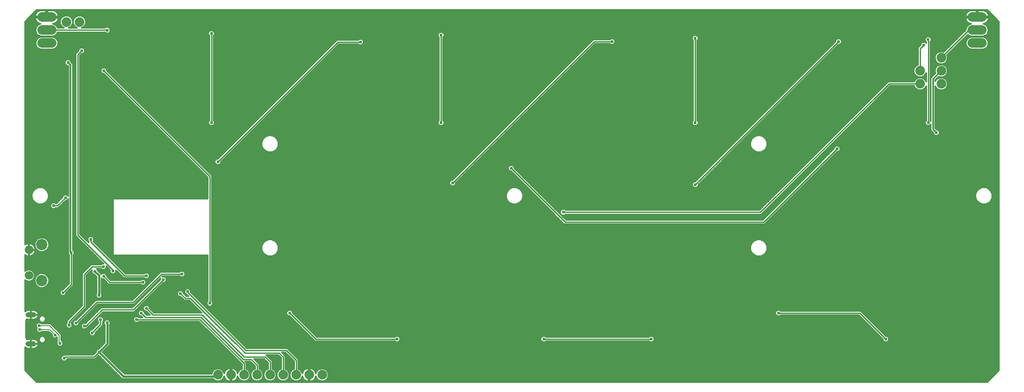
<source format=gbl>
G75*
%MOIN*%
%OFA0B0*%
%FSLAX25Y25*%
%IPPOS*%
%LPD*%
%AMOC8*
5,1,8,0,0,1.08239X$1,22.5*
%
%ADD10C,0.04000*%
%ADD11C,0.07400*%
%ADD12C,0.08661*%
%ADD13C,0.06693*%
%ADD14C,0.07400*%
%ADD15C,0.02375*%
%ADD16C,0.01200*%
%ADD17C,0.03543*%
%ADD18C,0.01000*%
%ADD19C,0.01600*%
%ADD20C,0.00800*%
D10*
X0073102Y0052978D02*
X0077102Y0052978D01*
X0077102Y0075222D02*
X0073102Y0075222D01*
D11*
X0218502Y0029100D03*
X0228502Y0029100D03*
X0238502Y0029100D03*
X0248502Y0029100D03*
X0258502Y0029100D03*
X0268502Y0029100D03*
X0278502Y0029100D03*
X0288502Y0029100D03*
X0298502Y0029100D03*
X0757252Y0252850D03*
X0757252Y0262850D03*
X0773502Y0262850D03*
X0773502Y0252850D03*
X0773502Y0272850D03*
X0112252Y0300350D03*
X0102252Y0300350D03*
D12*
X0083344Y0129130D03*
X0083344Y0101570D03*
D13*
X0073502Y0105507D03*
X0073502Y0125193D03*
D14*
X0083552Y0284100D02*
X0090952Y0284100D01*
X0090952Y0294100D02*
X0083552Y0294100D01*
X0083552Y0304100D02*
X0090952Y0304100D01*
X0797302Y0304100D02*
X0804702Y0304100D01*
X0804702Y0294100D02*
X0797302Y0294100D01*
X0797302Y0284100D02*
X0804702Y0284100D01*
D15*
X0763452Y0286800D03*
X0760002Y0282531D03*
X0694752Y0285350D03*
X0641002Y0256600D03*
X0584752Y0287850D03*
X0603502Y0297850D03*
X0521002Y0285350D03*
X0463502Y0256600D03*
X0524752Y0225350D03*
X0569752Y0225350D03*
X0584752Y0222850D03*
X0584752Y0175350D03*
X0612252Y0162850D03*
X0648502Y0175350D03*
X0693502Y0202850D03*
X0699752Y0227850D03*
X0739752Y0227850D03*
X0763502Y0222850D03*
X0769752Y0215350D03*
X0791002Y0186600D03*
X0792252Y0139100D03*
X0746002Y0105350D03*
X0699752Y0105350D03*
X0648502Y0076600D03*
X0591002Y0056600D03*
X0551002Y0056600D03*
X0559752Y0104100D03*
X0522252Y0104100D03*
X0468502Y0056600D03*
X0453502Y0040350D03*
X0397252Y0056600D03*
X0356002Y0056600D03*
X0273502Y0076600D03*
X0258502Y0077850D03*
X0234752Y0077850D03*
X0218502Y0089100D03*
X0212252Y0084100D03*
X0195302Y0093100D03*
X0189752Y0091600D03*
X0176702Y0102300D03*
X0163502Y0105350D03*
X0161002Y0100350D03*
X0138052Y0108950D03*
X0130477Y0112225D03*
X0124052Y0108700D03*
X0130852Y0104867D03*
X0114752Y0116600D03*
X0106002Y0122850D03*
X0092252Y0120350D03*
X0079752Y0114100D03*
X0099702Y0092200D03*
X0088502Y0086600D03*
X0109702Y0068950D03*
X0104349Y0067386D03*
X0099752Y0064100D03*
X0093552Y0059650D03*
X0097402Y0053400D03*
X0100502Y0041850D03*
X0123502Y0052850D03*
X0127252Y0046600D03*
X0122073Y0061421D03*
X0116002Y0066600D03*
X0128440Y0071500D03*
X0133502Y0069100D03*
X0156002Y0071600D03*
X0159752Y0076600D03*
X0163502Y0080350D03*
X0127252Y0090350D03*
X0081402Y0067000D03*
X0081551Y0063843D03*
X0080952Y0058800D03*
X0081002Y0045350D03*
X0142752Y0025550D03*
X0186002Y0050350D03*
X0208502Y0040350D03*
X0191002Y0106600D03*
X0125752Y0139900D03*
X0121002Y0133150D03*
X0126002Y0157850D03*
X0101483Y0165350D03*
X0092252Y0159100D03*
X0213502Y0222850D03*
X0218502Y0192850D03*
X0221002Y0170350D03*
X0236002Y0159100D03*
X0261002Y0141600D03*
X0333502Y0106600D03*
X0372252Y0105350D03*
X0444752Y0155350D03*
X0412252Y0164100D03*
X0398502Y0176600D03*
X0443502Y0187850D03*
X0389752Y0222850D03*
X0372252Y0222850D03*
X0317252Y0222850D03*
X0263502Y0259100D03*
X0202252Y0255350D03*
X0213502Y0291600D03*
X0261002Y0295350D03*
X0327852Y0285000D03*
X0389752Y0290350D03*
X0451002Y0296600D03*
X0483502Y0154100D03*
X0633502Y0032850D03*
X0731002Y0056600D03*
X0772252Y0057850D03*
X0793502Y0037850D03*
X0133702Y0294050D03*
X0113952Y0278250D03*
X0117252Y0269100D03*
X0103502Y0269100D03*
X0131002Y0262850D03*
X0128502Y0250350D03*
D16*
X0070602Y0050387D02*
X0070602Y0032470D01*
X0079372Y0023700D01*
X0808882Y0023700D01*
X0817652Y0032470D01*
X0817652Y0300730D01*
X0808882Y0309500D01*
X0079372Y0309500D01*
X0070602Y0300730D01*
X0070602Y0129200D01*
X0070909Y0129423D01*
X0071603Y0129777D01*
X0072344Y0130017D01*
X0073113Y0130139D01*
X0073315Y0130139D01*
X0073315Y0125380D01*
X0073689Y0125380D01*
X0073689Y0130139D01*
X0073891Y0130139D01*
X0074660Y0130017D01*
X0075401Y0129777D01*
X0076094Y0129423D01*
X0076724Y0128965D01*
X0077275Y0128415D01*
X0077733Y0127785D01*
X0078086Y0127091D01*
X0078327Y0126351D01*
X0078448Y0125582D01*
X0078448Y0125380D01*
X0073689Y0125380D01*
X0073689Y0125005D01*
X0073689Y0120246D01*
X0073891Y0120246D01*
X0074660Y0120368D01*
X0075401Y0120608D01*
X0076094Y0120962D01*
X0076724Y0121420D01*
X0077275Y0121970D01*
X0077733Y0122600D01*
X0078086Y0123294D01*
X0078327Y0124034D01*
X0078448Y0124803D01*
X0078448Y0125005D01*
X0073689Y0125005D01*
X0073315Y0125005D01*
X0073315Y0120246D01*
X0073113Y0120246D01*
X0072344Y0120368D01*
X0071603Y0120608D01*
X0070909Y0120962D01*
X0070602Y0121185D01*
X0070602Y0109037D01*
X0070927Y0109362D01*
X0072598Y0110054D01*
X0074406Y0110054D01*
X0076077Y0109362D01*
X0077356Y0108083D01*
X0078048Y0106412D01*
X0078048Y0104603D01*
X0077356Y0102932D01*
X0076077Y0101653D01*
X0074406Y0100961D01*
X0072598Y0100961D01*
X0070927Y0101653D01*
X0070602Y0101978D01*
X0070602Y0077813D01*
X0070807Y0078018D01*
X0071397Y0078412D01*
X0072052Y0078684D01*
X0072747Y0078822D01*
X0075102Y0078822D01*
X0075102Y0075222D01*
X0075102Y0075222D01*
X0080702Y0075222D01*
X0080702Y0074867D01*
X0080564Y0074172D01*
X0080292Y0073517D01*
X0079898Y0072927D01*
X0079397Y0072426D01*
X0078807Y0072032D01*
X0078152Y0071760D01*
X0077457Y0071622D01*
X0075102Y0071622D01*
X0075102Y0075222D01*
X0075102Y0075222D01*
X0080702Y0075222D01*
X0080702Y0075577D01*
X0080564Y0076272D01*
X0080292Y0076927D01*
X0079898Y0077517D01*
X0079397Y0078018D01*
X0078807Y0078412D01*
X0078152Y0078684D01*
X0077457Y0078822D01*
X0075102Y0078822D01*
X0075102Y0075222D01*
X0075102Y0071622D01*
X0072747Y0071622D01*
X0072052Y0071760D01*
X0071807Y0071862D01*
X0071528Y0070747D01*
X0071202Y0070551D01*
X0071202Y0057649D01*
X0071528Y0057453D01*
X0071807Y0056338D01*
X0072052Y0056440D01*
X0072747Y0056578D01*
X0075102Y0056578D01*
X0075102Y0052978D01*
X0075102Y0052978D01*
X0080702Y0052978D01*
X0080702Y0053333D01*
X0080564Y0054028D01*
X0080292Y0054683D01*
X0079898Y0055273D01*
X0079397Y0055774D01*
X0078807Y0056168D01*
X0078152Y0056440D01*
X0077457Y0056578D01*
X0075102Y0056578D01*
X0075102Y0052978D01*
X0075102Y0052978D01*
X0080702Y0052978D01*
X0080702Y0052623D01*
X0080564Y0051928D01*
X0080292Y0051273D01*
X0079898Y0050683D01*
X0079397Y0050182D01*
X0078807Y0049788D01*
X0078152Y0049516D01*
X0077457Y0049378D01*
X0075102Y0049378D01*
X0075102Y0052978D01*
X0075102Y0052978D01*
X0075102Y0049378D01*
X0072747Y0049378D01*
X0072052Y0049516D01*
X0071397Y0049788D01*
X0070807Y0050182D01*
X0070602Y0050387D01*
X0070602Y0050055D02*
X0070996Y0050055D01*
X0070602Y0048857D02*
X0126133Y0048857D01*
X0126263Y0048987D02*
X0124865Y0047589D01*
X0124865Y0046617D01*
X0122798Y0044550D01*
X0100798Y0044550D01*
X0100485Y0044237D01*
X0099513Y0044237D01*
X0098115Y0042839D01*
X0098115Y0040861D01*
X0099513Y0039463D01*
X0101491Y0039463D01*
X0102889Y0040861D01*
X0102889Y0041150D01*
X0124206Y0041150D01*
X0127040Y0043984D01*
X0144002Y0027022D01*
X0145174Y0025850D01*
X0214822Y0025850D01*
X0215726Y0024946D01*
X0217527Y0024200D01*
X0219477Y0024200D01*
X0221278Y0024946D01*
X0222656Y0026324D01*
X0223321Y0027930D01*
X0223332Y0027859D01*
X0223590Y0027066D01*
X0223969Y0026322D01*
X0224459Y0025647D01*
X0225049Y0025057D01*
X0225724Y0024567D01*
X0226467Y0024188D01*
X0227261Y0023930D01*
X0228085Y0023800D01*
X0228102Y0023800D01*
X0228102Y0028700D01*
X0228902Y0028700D01*
X0228902Y0023800D01*
X0228919Y0023800D01*
X0229743Y0023930D01*
X0230536Y0024188D01*
X0231280Y0024567D01*
X0231955Y0025057D01*
X0232545Y0025647D01*
X0233035Y0026322D01*
X0233414Y0027066D01*
X0233671Y0027859D01*
X0233683Y0027930D01*
X0234348Y0026324D01*
X0235726Y0024946D01*
X0237527Y0024200D01*
X0239477Y0024200D01*
X0241278Y0024946D01*
X0242656Y0026324D01*
X0243402Y0028125D01*
X0243402Y0030075D01*
X0242656Y0031876D01*
X0241278Y0033254D01*
X0240202Y0033700D01*
X0240202Y0038554D01*
X0239406Y0039350D01*
X0243348Y0039350D01*
X0246802Y0035896D01*
X0246802Y0033700D01*
X0245726Y0033254D01*
X0244348Y0031876D01*
X0243602Y0030075D01*
X0243602Y0028125D01*
X0244348Y0026324D01*
X0245726Y0024946D01*
X0247527Y0024200D01*
X0249477Y0024200D01*
X0251278Y0024946D01*
X0252656Y0026324D01*
X0253402Y0028125D01*
X0253402Y0030075D01*
X0252656Y0031876D01*
X0251278Y0033254D01*
X0250202Y0033700D01*
X0250202Y0037304D01*
X0246356Y0041150D01*
X0254048Y0041150D01*
X0256802Y0038396D01*
X0256802Y0033700D01*
X0255726Y0033254D01*
X0254348Y0031876D01*
X0253602Y0030075D01*
X0253602Y0028125D01*
X0254348Y0026324D01*
X0255726Y0024946D01*
X0257527Y0024200D01*
X0259477Y0024200D01*
X0261278Y0024946D01*
X0262656Y0026324D01*
X0263402Y0028125D01*
X0263402Y0030075D01*
X0262656Y0031876D01*
X0261278Y0033254D01*
X0260202Y0033700D01*
X0260202Y0039804D01*
X0256452Y0043554D01*
X0256452Y0043554D01*
X0255656Y0044350D01*
X0264598Y0044350D01*
X0266802Y0042146D01*
X0266802Y0033700D01*
X0265726Y0033254D01*
X0264348Y0031876D01*
X0263602Y0030075D01*
X0263602Y0028125D01*
X0264348Y0026324D01*
X0265726Y0024946D01*
X0267527Y0024200D01*
X0269477Y0024200D01*
X0271278Y0024946D01*
X0272656Y0026324D01*
X0273402Y0028125D01*
X0273402Y0030075D01*
X0272656Y0031876D01*
X0271278Y0033254D01*
X0270202Y0033700D01*
X0270202Y0043554D01*
X0267606Y0046150D01*
X0270298Y0046150D01*
X0276802Y0039646D01*
X0276802Y0033700D01*
X0275726Y0033254D01*
X0274348Y0031876D01*
X0273602Y0030075D01*
X0273602Y0028125D01*
X0274348Y0026324D01*
X0275726Y0024946D01*
X0277527Y0024200D01*
X0279477Y0024200D01*
X0281278Y0024946D01*
X0282656Y0026324D01*
X0283321Y0027930D01*
X0283332Y0027859D01*
X0283590Y0027066D01*
X0283969Y0026322D01*
X0284459Y0025647D01*
X0285049Y0025057D01*
X0285724Y0024567D01*
X0286467Y0024188D01*
X0287261Y0023930D01*
X0288085Y0023800D01*
X0288102Y0023800D01*
X0288102Y0028700D01*
X0288902Y0028700D01*
X0288902Y0023800D01*
X0288919Y0023800D01*
X0289743Y0023930D01*
X0290536Y0024188D01*
X0291280Y0024567D01*
X0291955Y0025057D01*
X0292545Y0025647D01*
X0293035Y0026322D01*
X0293414Y0027066D01*
X0293671Y0027859D01*
X0293683Y0027930D01*
X0294348Y0026324D01*
X0295726Y0024946D01*
X0297527Y0024200D01*
X0299477Y0024200D01*
X0301278Y0024946D01*
X0302656Y0026324D01*
X0303402Y0028125D01*
X0303402Y0030075D01*
X0302656Y0031876D01*
X0301278Y0033254D01*
X0299477Y0034000D01*
X0297527Y0034000D01*
X0295726Y0033254D01*
X0294348Y0031876D01*
X0293683Y0030270D01*
X0293671Y0030341D01*
X0293414Y0031134D01*
X0293035Y0031878D01*
X0292545Y0032553D01*
X0291955Y0033143D01*
X0291280Y0033633D01*
X0290536Y0034012D01*
X0289743Y0034269D01*
X0288919Y0034400D01*
X0288902Y0034400D01*
X0288902Y0029500D01*
X0288102Y0029500D01*
X0288102Y0034400D01*
X0288085Y0034400D01*
X0287261Y0034269D01*
X0286467Y0034012D01*
X0285724Y0033633D01*
X0285049Y0033143D01*
X0284459Y0032553D01*
X0283969Y0031878D01*
X0283590Y0031134D01*
X0283332Y0030341D01*
X0283321Y0030270D01*
X0282656Y0031876D01*
X0281278Y0033254D01*
X0280202Y0033700D01*
X0280202Y0041054D01*
X0271706Y0049550D01*
X0240672Y0049550D01*
X0197689Y0092533D01*
X0197689Y0094089D01*
X0196291Y0095487D01*
X0194313Y0095487D01*
X0192915Y0094089D01*
X0192915Y0092111D01*
X0194313Y0090713D01*
X0194701Y0090713D01*
X0195864Y0089550D01*
X0194206Y0089550D01*
X0192139Y0091617D01*
X0192139Y0092589D01*
X0190741Y0093987D01*
X0188763Y0093987D01*
X0187365Y0092589D01*
X0187365Y0090611D01*
X0188763Y0089213D01*
X0189735Y0089213D01*
X0192798Y0086150D01*
X0196548Y0086150D01*
X0205798Y0076900D01*
X0169356Y0076900D01*
X0165889Y0080367D01*
X0165889Y0081339D01*
X0164491Y0082737D01*
X0162513Y0082737D01*
X0161115Y0081339D01*
X0161115Y0079361D01*
X0162513Y0077963D01*
X0163485Y0077963D01*
X0166348Y0075100D01*
X0163656Y0075100D01*
X0162139Y0076617D01*
X0162139Y0077589D01*
X0160741Y0078987D01*
X0158763Y0078987D01*
X0157365Y0077589D01*
X0157365Y0075611D01*
X0158763Y0074213D01*
X0159735Y0074213D01*
X0160648Y0073300D01*
X0157678Y0073300D01*
X0156991Y0073987D01*
X0155013Y0073987D01*
X0153615Y0072589D01*
X0153615Y0070611D01*
X0155013Y0069213D01*
X0156991Y0069213D01*
X0157678Y0069900D01*
X0204048Y0069900D01*
X0236802Y0037146D01*
X0236802Y0033700D01*
X0235726Y0033254D01*
X0234348Y0031876D01*
X0233683Y0030270D01*
X0233671Y0030341D01*
X0233414Y0031134D01*
X0233035Y0031878D01*
X0232545Y0032553D01*
X0231955Y0033143D01*
X0231280Y0033633D01*
X0230536Y0034012D01*
X0229743Y0034269D01*
X0228919Y0034400D01*
X0228902Y0034400D01*
X0228902Y0029500D01*
X0228102Y0029500D01*
X0228102Y0034400D01*
X0228085Y0034400D01*
X0227261Y0034269D01*
X0226467Y0034012D01*
X0225724Y0033633D01*
X0225049Y0033143D01*
X0224459Y0032553D01*
X0223969Y0031878D01*
X0223590Y0031134D01*
X0223332Y0030341D01*
X0223321Y0030270D01*
X0222656Y0031876D01*
X0221278Y0033254D01*
X0219477Y0034000D01*
X0217527Y0034000D01*
X0215726Y0033254D01*
X0214348Y0031876D01*
X0213602Y0030075D01*
X0213602Y0029850D01*
X0146830Y0029850D01*
X0130080Y0046600D01*
X0135502Y0052022D01*
X0135502Y0067724D01*
X0135889Y0068111D01*
X0135889Y0070089D01*
X0134491Y0071487D01*
X0132513Y0071487D01*
X0131115Y0070089D01*
X0131115Y0068111D01*
X0131502Y0067724D01*
X0131502Y0053678D01*
X0126811Y0048987D01*
X0126263Y0048987D01*
X0124934Y0047658D02*
X0070602Y0047658D01*
X0070602Y0046460D02*
X0124708Y0046460D01*
X0123509Y0045261D02*
X0070602Y0045261D01*
X0070602Y0044063D02*
X0099338Y0044063D01*
X0098140Y0042864D02*
X0070602Y0042864D01*
X0070602Y0041666D02*
X0098115Y0041666D01*
X0098508Y0040467D02*
X0070602Y0040467D01*
X0070602Y0039269D02*
X0131755Y0039269D01*
X0130556Y0040467D02*
X0102496Y0040467D01*
X0098391Y0051013D02*
X0099789Y0052411D01*
X0099789Y0054389D01*
X0098391Y0055787D01*
X0098252Y0055787D01*
X0098252Y0060363D01*
X0097315Y0061300D01*
X0097315Y0061300D01*
X0090952Y0067663D01*
X0090015Y0068600D01*
X0083178Y0068600D01*
X0082391Y0069387D01*
X0080413Y0069387D01*
X0079015Y0067989D01*
X0079015Y0066011D01*
X0079679Y0065346D01*
X0079164Y0064831D01*
X0079164Y0062854D01*
X0080563Y0061455D01*
X0082540Y0061455D01*
X0083328Y0062243D01*
X0088697Y0062243D01*
X0091165Y0059775D01*
X0091165Y0058661D01*
X0092563Y0057263D01*
X0094541Y0057263D01*
X0095052Y0057774D01*
X0095052Y0054426D01*
X0095015Y0054389D01*
X0095015Y0052411D01*
X0096413Y0051013D01*
X0098391Y0051013D01*
X0098632Y0051254D02*
X0129077Y0051254D01*
X0127879Y0050055D02*
X0079208Y0050055D01*
X0080280Y0051254D02*
X0096172Y0051254D01*
X0095015Y0052452D02*
X0080668Y0052452D01*
X0080639Y0053651D02*
X0083231Y0053651D01*
X0083250Y0053643D02*
X0084277Y0053643D01*
X0085226Y0054036D01*
X0085953Y0054763D01*
X0086346Y0055712D01*
X0086346Y0056740D01*
X0085953Y0057689D01*
X0085226Y0058415D01*
X0084277Y0058809D01*
X0083250Y0058809D01*
X0082300Y0058415D01*
X0081574Y0057689D01*
X0081181Y0056740D01*
X0081181Y0055712D01*
X0081574Y0054763D01*
X0082300Y0054036D01*
X0083250Y0053643D01*
X0084295Y0053651D02*
X0095015Y0053651D01*
X0095052Y0054849D02*
X0085989Y0054849D01*
X0086346Y0056048D02*
X0095052Y0056048D01*
X0095052Y0057246D02*
X0086136Y0057246D01*
X0085155Y0058445D02*
X0091381Y0058445D01*
X0091165Y0059643D02*
X0071202Y0059643D01*
X0071202Y0058445D02*
X0082372Y0058445D01*
X0081391Y0057246D02*
X0071580Y0057246D01*
X0071202Y0060842D02*
X0090097Y0060842D01*
X0088899Y0062040D02*
X0083126Y0062040D01*
X0079977Y0062040D02*
X0071202Y0062040D01*
X0071202Y0063239D02*
X0079164Y0063239D01*
X0079164Y0064437D02*
X0071202Y0064437D01*
X0071202Y0065636D02*
X0079390Y0065636D01*
X0079015Y0066834D02*
X0071202Y0066834D01*
X0071202Y0068033D02*
X0079059Y0068033D01*
X0080257Y0069232D02*
X0071202Y0069232D01*
X0071202Y0070430D02*
X0081655Y0070430D01*
X0081574Y0070511D02*
X0082300Y0069785D01*
X0083250Y0069391D01*
X0084277Y0069391D01*
X0085226Y0069785D01*
X0085953Y0070511D01*
X0086346Y0071460D01*
X0086346Y0072488D01*
X0085953Y0073437D01*
X0085226Y0074163D01*
X0084277Y0074557D01*
X0083250Y0074557D01*
X0082300Y0074163D01*
X0081574Y0073437D01*
X0081181Y0072488D01*
X0081181Y0071460D01*
X0081574Y0070511D01*
X0081181Y0071629D02*
X0077489Y0071629D01*
X0075102Y0071629D02*
X0075102Y0071629D01*
X0075102Y0072827D02*
X0075102Y0072827D01*
X0075102Y0074026D02*
X0075102Y0074026D01*
X0075102Y0075222D02*
X0075102Y0075222D01*
X0075102Y0075224D02*
X0075102Y0075224D01*
X0075102Y0076423D02*
X0075102Y0076423D01*
X0075102Y0077621D02*
X0075102Y0077621D01*
X0075102Y0078820D02*
X0075102Y0078820D01*
X0077469Y0078820D02*
X0110817Y0078820D01*
X0109619Y0077621D02*
X0079794Y0077621D01*
X0080501Y0076423D02*
X0108420Y0076423D01*
X0107222Y0075224D02*
X0080702Y0075224D01*
X0080503Y0074026D02*
X0082162Y0074026D01*
X0081321Y0072827D02*
X0079798Y0072827D01*
X0082547Y0069232D02*
X0102649Y0069232D01*
X0102649Y0069062D02*
X0101962Y0068375D01*
X0101962Y0066397D01*
X0103360Y0064999D01*
X0105338Y0064999D01*
X0106737Y0066397D01*
X0106737Y0068375D01*
X0106049Y0069062D01*
X0106049Y0069243D01*
X0116706Y0079900D01*
X0117702Y0080896D01*
X0117702Y0105546D01*
X0121665Y0109508D01*
X0121665Y0107711D01*
X0123063Y0106313D01*
X0123611Y0106313D01*
X0125252Y0104672D01*
X0125252Y0091726D01*
X0124865Y0091339D01*
X0124865Y0089361D01*
X0126263Y0087963D01*
X0128241Y0087963D01*
X0129639Y0089361D01*
X0129639Y0091339D01*
X0129252Y0091726D01*
X0129252Y0103091D01*
X0129863Y0102480D01*
X0130835Y0102480D01*
X0133669Y0099646D01*
X0134665Y0098650D01*
X0159326Y0098650D01*
X0160013Y0097963D01*
X0161991Y0097963D01*
X0163389Y0099361D01*
X0163389Y0101339D01*
X0161991Y0102737D01*
X0160013Y0102737D01*
X0159326Y0102050D01*
X0136073Y0102050D01*
X0133239Y0104884D01*
X0133239Y0105856D01*
X0131841Y0107254D01*
X0129863Y0107254D01*
X0129095Y0106486D01*
X0128080Y0107500D01*
X0126439Y0109141D01*
X0126439Y0109689D01*
X0125603Y0110525D01*
X0128801Y0110525D01*
X0129488Y0109838D01*
X0131466Y0109838D01*
X0132864Y0111236D01*
X0132864Y0112433D01*
X0135665Y0109633D01*
X0135665Y0107961D01*
X0137063Y0106563D01*
X0139041Y0106563D01*
X0140439Y0107961D01*
X0140439Y0109358D01*
X0145152Y0104646D01*
X0146148Y0103650D01*
X0161826Y0103650D01*
X0162513Y0102963D01*
X0164491Y0102963D01*
X0165889Y0104361D01*
X0165889Y0106339D01*
X0164491Y0107737D01*
X0162513Y0107737D01*
X0161826Y0107050D01*
X0147556Y0107050D01*
X0122917Y0131689D01*
X0123389Y0132161D01*
X0123389Y0134139D01*
X0121991Y0135537D01*
X0120013Y0135537D01*
X0118615Y0134139D01*
X0118615Y0132161D01*
X0119302Y0131474D01*
X0119302Y0130804D01*
X0112702Y0137404D01*
X0112702Y0274596D01*
X0113969Y0275863D01*
X0114941Y0275863D01*
X0116339Y0277261D01*
X0116339Y0279239D01*
X0114941Y0280637D01*
X0112963Y0280637D01*
X0111565Y0279239D01*
X0111565Y0278267D01*
X0109302Y0276004D01*
X0109302Y0135996D01*
X0110298Y0135000D01*
X0130685Y0114612D01*
X0129488Y0114612D01*
X0128801Y0113925D01*
X0121273Y0113925D01*
X0120277Y0112929D01*
X0114302Y0106954D01*
X0114302Y0082304D01*
X0102649Y0070651D01*
X0102649Y0069062D01*
X0101962Y0068033D02*
X0090582Y0068033D01*
X0090952Y0067663D02*
X0090952Y0067663D01*
X0091780Y0066834D02*
X0101962Y0066834D01*
X0102723Y0065636D02*
X0092979Y0065636D01*
X0094177Y0064437D02*
X0114788Y0064437D01*
X0115013Y0064213D02*
X0116991Y0064213D01*
X0117678Y0064900D01*
X0117956Y0064900D01*
X0130456Y0077400D01*
X0154206Y0077400D01*
X0176719Y0099913D01*
X0177691Y0099913D01*
X0179089Y0101311D01*
X0179089Y0103289D01*
X0177691Y0104687D01*
X0175794Y0104687D01*
X0176006Y0104900D01*
X0189326Y0104900D01*
X0190013Y0104213D01*
X0191991Y0104213D01*
X0193389Y0105611D01*
X0193389Y0107589D01*
X0191991Y0108987D01*
X0190013Y0108987D01*
X0189326Y0108300D01*
X0174598Y0108300D01*
X0173602Y0107304D01*
X0152798Y0086500D01*
X0124848Y0086500D01*
X0123852Y0085504D01*
X0109685Y0071337D01*
X0108713Y0071337D01*
X0107315Y0069939D01*
X0107315Y0067961D01*
X0108713Y0066563D01*
X0110691Y0066563D01*
X0112089Y0067961D01*
X0112089Y0068933D01*
X0126256Y0083100D01*
X0154206Y0083100D01*
X0174315Y0103208D01*
X0174315Y0102317D01*
X0152798Y0080800D01*
X0129048Y0080800D01*
X0117113Y0068865D01*
X0116991Y0068987D01*
X0115013Y0068987D01*
X0113615Y0067589D01*
X0113615Y0065611D01*
X0115013Y0064213D01*
X0113615Y0065636D02*
X0105976Y0065636D01*
X0106737Y0066834D02*
X0108441Y0066834D01*
X0107315Y0068033D02*
X0106737Y0068033D01*
X0107315Y0069232D02*
X0106049Y0069232D01*
X0107236Y0070430D02*
X0107806Y0070430D01*
X0108435Y0071629D02*
X0109976Y0071629D01*
X0109633Y0072827D02*
X0111175Y0072827D01*
X0110832Y0074026D02*
X0112373Y0074026D01*
X0112030Y0075224D02*
X0113572Y0075224D01*
X0113229Y0076423D02*
X0114770Y0076423D01*
X0114427Y0077621D02*
X0115969Y0077621D01*
X0115626Y0078820D02*
X0117167Y0078820D01*
X0116824Y0080018D02*
X0118366Y0080018D01*
X0117702Y0081217D02*
X0119564Y0081217D01*
X0120763Y0082415D02*
X0117702Y0082415D01*
X0117702Y0083614D02*
X0121961Y0083614D01*
X0123160Y0084812D02*
X0117702Y0084812D01*
X0117702Y0086011D02*
X0124358Y0086011D01*
X0125818Y0088408D02*
X0117702Y0088408D01*
X0117702Y0089606D02*
X0124865Y0089606D01*
X0124865Y0090805D02*
X0117702Y0090805D01*
X0117702Y0092003D02*
X0125252Y0092003D01*
X0125252Y0093202D02*
X0117702Y0093202D01*
X0117702Y0094400D02*
X0125252Y0094400D01*
X0125252Y0095599D02*
X0117702Y0095599D01*
X0117702Y0096797D02*
X0125252Y0096797D01*
X0125252Y0097996D02*
X0117702Y0097996D01*
X0117702Y0099194D02*
X0125252Y0099194D01*
X0125252Y0100393D02*
X0117702Y0100393D01*
X0117702Y0101591D02*
X0125252Y0101591D01*
X0125252Y0102790D02*
X0117702Y0102790D01*
X0117702Y0103988D02*
X0125252Y0103988D01*
X0124737Y0105187D02*
X0117702Y0105187D01*
X0118541Y0106385D02*
X0122990Y0106385D01*
X0121792Y0107584D02*
X0119740Y0107584D01*
X0120939Y0108782D02*
X0121665Y0108782D01*
X0118527Y0111179D02*
X0107702Y0111179D01*
X0107702Y0109981D02*
X0117329Y0109981D01*
X0116130Y0108782D02*
X0107702Y0108782D01*
X0107702Y0107584D02*
X0114932Y0107584D01*
X0114302Y0106385D02*
X0107702Y0106385D01*
X0107702Y0105187D02*
X0114302Y0105187D01*
X0114302Y0103988D02*
X0107702Y0103988D01*
X0107702Y0102790D02*
X0114302Y0102790D01*
X0114302Y0101591D02*
X0107702Y0101591D01*
X0107702Y0100393D02*
X0114302Y0100393D01*
X0114302Y0099194D02*
X0107702Y0099194D01*
X0107702Y0097996D02*
X0114302Y0097996D01*
X0114302Y0096797D02*
X0106703Y0096797D01*
X0106706Y0096800D02*
X0107702Y0097796D01*
X0107702Y0121174D01*
X0108389Y0121861D01*
X0108389Y0123839D01*
X0107202Y0125026D01*
X0107202Y0267946D01*
X0107177Y0267971D01*
X0105889Y0269258D01*
X0105889Y0270089D01*
X0104491Y0271487D01*
X0102513Y0271487D01*
X0101115Y0270089D01*
X0101115Y0268111D01*
X0102513Y0266713D01*
X0103344Y0266713D01*
X0103602Y0266454D01*
X0103602Y0166607D01*
X0102472Y0167737D01*
X0100494Y0167737D01*
X0099096Y0166339D01*
X0099096Y0165367D01*
X0094529Y0160800D01*
X0093928Y0160800D01*
X0093241Y0161487D01*
X0091263Y0161487D01*
X0089865Y0160089D01*
X0089865Y0158111D01*
X0091263Y0156713D01*
X0093241Y0156713D01*
X0093928Y0157400D01*
X0095937Y0157400D01*
X0096933Y0158396D01*
X0101500Y0162963D01*
X0102472Y0162963D01*
X0103602Y0164093D01*
X0103602Y0122704D01*
X0103615Y0122692D01*
X0103615Y0121861D01*
X0104302Y0121174D01*
X0104302Y0099204D01*
X0099685Y0094587D01*
X0098713Y0094587D01*
X0097315Y0093189D01*
X0097315Y0091211D01*
X0098713Y0089813D01*
X0100691Y0089813D01*
X0102089Y0091211D01*
X0102089Y0092183D01*
X0106706Y0096800D01*
X0105505Y0095599D02*
X0114302Y0095599D01*
X0114302Y0094400D02*
X0104306Y0094400D01*
X0103108Y0093202D02*
X0114302Y0093202D01*
X0114302Y0092003D02*
X0102089Y0092003D01*
X0101683Y0090805D02*
X0114302Y0090805D01*
X0114302Y0089606D02*
X0070602Y0089606D01*
X0070602Y0088408D02*
X0114302Y0088408D01*
X0114302Y0087209D02*
X0070602Y0087209D01*
X0070602Y0086011D02*
X0114302Y0086011D01*
X0114302Y0084812D02*
X0070602Y0084812D01*
X0070602Y0083614D02*
X0114302Y0083614D01*
X0114302Y0082415D02*
X0070602Y0082415D01*
X0070602Y0081217D02*
X0113214Y0081217D01*
X0112016Y0080018D02*
X0070602Y0080018D01*
X0070602Y0078820D02*
X0072735Y0078820D01*
X0072715Y0071629D02*
X0071749Y0071629D01*
X0085364Y0074026D02*
X0106023Y0074026D01*
X0104825Y0072827D02*
X0086206Y0072827D01*
X0086346Y0071629D02*
X0103626Y0071629D01*
X0102649Y0070430D02*
X0085872Y0070430D01*
X0095376Y0063239D02*
X0120515Y0063239D01*
X0121084Y0063809D02*
X0119686Y0062410D01*
X0119686Y0060433D01*
X0121084Y0059034D01*
X0123062Y0059034D01*
X0124461Y0060433D01*
X0124461Y0061567D01*
X0129144Y0066250D01*
X0130140Y0067246D01*
X0130140Y0069824D01*
X0130827Y0070511D01*
X0130827Y0072489D01*
X0129429Y0073887D01*
X0127451Y0073887D01*
X0126052Y0072489D01*
X0126052Y0070511D01*
X0126740Y0069824D01*
X0126740Y0068654D01*
X0121894Y0063809D01*
X0121084Y0063809D01*
X0122523Y0064437D02*
X0117216Y0064437D01*
X0118692Y0065636D02*
X0123722Y0065636D01*
X0124920Y0066834D02*
X0119891Y0066834D01*
X0121089Y0068033D02*
X0126119Y0068033D01*
X0126740Y0069232D02*
X0122288Y0069232D01*
X0123486Y0070430D02*
X0126133Y0070430D01*
X0126052Y0071629D02*
X0124685Y0071629D01*
X0125883Y0072827D02*
X0126391Y0072827D01*
X0127082Y0074026D02*
X0159922Y0074026D01*
X0157752Y0075224D02*
X0128280Y0075224D01*
X0129479Y0076423D02*
X0157365Y0076423D01*
X0157397Y0077621D02*
X0154427Y0077621D01*
X0155626Y0078820D02*
X0158595Y0078820D01*
X0156824Y0080018D02*
X0161115Y0080018D01*
X0161115Y0081217D02*
X0158023Y0081217D01*
X0159221Y0082415D02*
X0162191Y0082415D01*
X0160420Y0083614D02*
X0199084Y0083614D01*
X0197886Y0084812D02*
X0161618Y0084812D01*
X0162817Y0086011D02*
X0196687Y0086011D01*
X0195808Y0089606D02*
X0194150Y0089606D01*
X0194221Y0090805D02*
X0192951Y0090805D01*
X0193022Y0092003D02*
X0192139Y0092003D01*
X0191527Y0093202D02*
X0192915Y0093202D01*
X0193226Y0094400D02*
X0171206Y0094400D01*
X0170008Y0093202D02*
X0187977Y0093202D01*
X0187365Y0092003D02*
X0168809Y0092003D01*
X0167611Y0090805D02*
X0187365Y0090805D01*
X0188369Y0089606D02*
X0166412Y0089606D01*
X0165214Y0088408D02*
X0190540Y0088408D01*
X0191739Y0087209D02*
X0164015Y0087209D01*
X0161604Y0089606D02*
X0160712Y0089606D01*
X0160406Y0088408D02*
X0159514Y0088408D01*
X0159207Y0087209D02*
X0158315Y0087209D01*
X0158008Y0086011D02*
X0157117Y0086011D01*
X0156810Y0084812D02*
X0155918Y0084812D01*
X0155611Y0083614D02*
X0154720Y0083614D01*
X0154413Y0082415D02*
X0125571Y0082415D01*
X0124373Y0081217D02*
X0153214Y0081217D01*
X0160909Y0078820D02*
X0161656Y0078820D01*
X0162107Y0077621D02*
X0163827Y0077621D01*
X0165025Y0076423D02*
X0162334Y0076423D01*
X0163532Y0075224D02*
X0166224Y0075224D01*
X0168635Y0077621D02*
X0205077Y0077621D01*
X0203878Y0078820D02*
X0167437Y0078820D01*
X0166238Y0080018D02*
X0202680Y0080018D01*
X0201481Y0081217D02*
X0165889Y0081217D01*
X0164813Y0082415D02*
X0200283Y0082415D01*
X0204212Y0086011D02*
X0210552Y0086011D01*
X0210552Y0085776D02*
X0209865Y0085089D01*
X0209865Y0083111D01*
X0211263Y0081713D01*
X0213241Y0081713D01*
X0214639Y0083111D01*
X0214639Y0085089D01*
X0213952Y0085776D01*
X0213952Y0182304D01*
X0212956Y0183300D01*
X0133389Y0262867D01*
X0133389Y0263839D01*
X0131991Y0265237D01*
X0130013Y0265237D01*
X0128615Y0263839D01*
X0128615Y0261861D01*
X0130013Y0260463D01*
X0130985Y0260463D01*
X0210552Y0180896D01*
X0210552Y0164700D01*
X0138253Y0164700D01*
X0137902Y0164349D01*
X0137902Y0121351D01*
X0138253Y0121000D01*
X0210552Y0121000D01*
X0210552Y0085776D01*
X0209865Y0084812D02*
X0205410Y0084812D01*
X0206609Y0083614D02*
X0209865Y0083614D01*
X0210561Y0082415D02*
X0207807Y0082415D01*
X0209006Y0081217D02*
X0817652Y0081217D01*
X0817652Y0082415D02*
X0213943Y0082415D01*
X0214639Y0083614D02*
X0817652Y0083614D01*
X0817652Y0084812D02*
X0214639Y0084812D01*
X0213952Y0086011D02*
X0817652Y0086011D01*
X0817652Y0087209D02*
X0213952Y0087209D01*
X0213952Y0088408D02*
X0817652Y0088408D01*
X0817652Y0089606D02*
X0213952Y0089606D01*
X0213952Y0090805D02*
X0817652Y0090805D01*
X0817652Y0092003D02*
X0213952Y0092003D01*
X0213952Y0093202D02*
X0817652Y0093202D01*
X0817652Y0094400D02*
X0213952Y0094400D01*
X0213952Y0095599D02*
X0817652Y0095599D01*
X0817652Y0096797D02*
X0213952Y0096797D01*
X0213952Y0097996D02*
X0817652Y0097996D01*
X0817652Y0099194D02*
X0213952Y0099194D01*
X0213952Y0100393D02*
X0817652Y0100393D01*
X0817652Y0101591D02*
X0213952Y0101591D01*
X0213952Y0102790D02*
X0817652Y0102790D01*
X0817652Y0103988D02*
X0213952Y0103988D01*
X0213952Y0105187D02*
X0817652Y0105187D01*
X0817652Y0106385D02*
X0213952Y0106385D01*
X0213952Y0107584D02*
X0817652Y0107584D01*
X0817652Y0108782D02*
X0213952Y0108782D01*
X0213952Y0109981D02*
X0817652Y0109981D01*
X0817652Y0111179D02*
X0213952Y0111179D01*
X0213952Y0112378D02*
X0817652Y0112378D01*
X0817652Y0113576D02*
X0213952Y0113576D01*
X0213952Y0114775D02*
X0817652Y0114775D01*
X0817652Y0115973D02*
X0213952Y0115973D01*
X0213952Y0117172D02*
X0817652Y0117172D01*
X0817652Y0118370D02*
X0213952Y0118370D01*
X0213952Y0119569D02*
X0817652Y0119569D01*
X0817652Y0120768D02*
X0636406Y0120768D01*
X0637184Y0121090D02*
X0639012Y0122918D01*
X0640002Y0125307D01*
X0640002Y0127893D01*
X0639012Y0130282D01*
X0637184Y0132110D01*
X0634795Y0133100D01*
X0632209Y0133100D01*
X0629820Y0132110D01*
X0627992Y0130282D01*
X0627002Y0127893D01*
X0627002Y0125307D01*
X0627992Y0122918D01*
X0629820Y0121090D01*
X0632209Y0120100D01*
X0634795Y0120100D01*
X0637184Y0121090D01*
X0638060Y0121966D02*
X0817652Y0121966D01*
X0817652Y0123165D02*
X0639114Y0123165D01*
X0639611Y0124363D02*
X0817652Y0124363D01*
X0817652Y0125562D02*
X0640002Y0125562D01*
X0640002Y0126760D02*
X0817652Y0126760D01*
X0817652Y0127959D02*
X0639975Y0127959D01*
X0639478Y0129157D02*
X0817652Y0129157D01*
X0817652Y0130356D02*
X0638939Y0130356D01*
X0637740Y0131554D02*
X0817652Y0131554D01*
X0817652Y0132753D02*
X0635634Y0132753D01*
X0631370Y0132753D02*
X0260634Y0132753D01*
X0259795Y0133100D02*
X0257209Y0133100D01*
X0254820Y0132110D01*
X0252992Y0130282D01*
X0252002Y0127893D01*
X0252002Y0125307D01*
X0252992Y0122918D01*
X0254820Y0121090D01*
X0257209Y0120100D01*
X0259795Y0120100D01*
X0262184Y0121090D01*
X0264012Y0122918D01*
X0265002Y0125307D01*
X0265002Y0127893D01*
X0264012Y0130282D01*
X0262184Y0132110D01*
X0259795Y0133100D01*
X0262740Y0131554D02*
X0629264Y0131554D01*
X0628065Y0130356D02*
X0263939Y0130356D01*
X0264478Y0129157D02*
X0627526Y0129157D01*
X0627029Y0127959D02*
X0264975Y0127959D01*
X0265002Y0126760D02*
X0627002Y0126760D01*
X0627002Y0125562D02*
X0265002Y0125562D01*
X0264611Y0124363D02*
X0627393Y0124363D01*
X0627889Y0123165D02*
X0264114Y0123165D01*
X0263060Y0121966D02*
X0628944Y0121966D01*
X0630598Y0120768D02*
X0261406Y0120768D01*
X0255598Y0120768D02*
X0213952Y0120768D01*
X0213952Y0121966D02*
X0253944Y0121966D01*
X0252889Y0123165D02*
X0213952Y0123165D01*
X0213952Y0124363D02*
X0252393Y0124363D01*
X0252002Y0125562D02*
X0213952Y0125562D01*
X0213952Y0126760D02*
X0252002Y0126760D01*
X0252029Y0127959D02*
X0213952Y0127959D01*
X0213952Y0129157D02*
X0252526Y0129157D01*
X0253065Y0130356D02*
X0213952Y0130356D01*
X0213952Y0131554D02*
X0254264Y0131554D01*
X0256370Y0132753D02*
X0213952Y0132753D01*
X0213952Y0133951D02*
X0817652Y0133951D01*
X0817652Y0135150D02*
X0213952Y0135150D01*
X0213952Y0136348D02*
X0817652Y0136348D01*
X0817652Y0137547D02*
X0213952Y0137547D01*
X0213952Y0138745D02*
X0817652Y0138745D01*
X0817652Y0139944D02*
X0213952Y0139944D01*
X0213952Y0141142D02*
X0817652Y0141142D01*
X0817652Y0142341D02*
X0213952Y0142341D01*
X0213952Y0143539D02*
X0817652Y0143539D01*
X0817652Y0144738D02*
X0213952Y0144738D01*
X0213952Y0145936D02*
X0483057Y0145936D01*
X0484093Y0144900D02*
X0485502Y0144900D01*
X0636548Y0144900D01*
X0637956Y0144900D01*
X0693519Y0200463D01*
X0694491Y0200463D01*
X0695889Y0201861D01*
X0695889Y0203839D01*
X0694491Y0205237D01*
X0692513Y0205237D01*
X0691115Y0203839D01*
X0691115Y0202867D01*
X0636548Y0148300D01*
X0485502Y0148300D01*
X0445889Y0187912D01*
X0445889Y0188839D01*
X0444491Y0190237D01*
X0442513Y0190237D01*
X0441115Y0188839D01*
X0441115Y0186861D01*
X0442513Y0185463D01*
X0443531Y0185463D01*
X0484093Y0144900D01*
X0481859Y0147135D02*
X0213952Y0147135D01*
X0213952Y0148333D02*
X0480660Y0148333D01*
X0479462Y0149532D02*
X0213952Y0149532D01*
X0213952Y0150730D02*
X0478263Y0150730D01*
X0477065Y0151929D02*
X0213952Y0151929D01*
X0213952Y0153127D02*
X0475866Y0153127D01*
X0474668Y0154326D02*
X0213952Y0154326D01*
X0213952Y0155524D02*
X0473469Y0155524D01*
X0472271Y0156723D02*
X0213952Y0156723D01*
X0213952Y0157921D02*
X0471072Y0157921D01*
X0469874Y0159120D02*
X0213952Y0159120D01*
X0213952Y0160318D02*
X0444182Y0160318D01*
X0444709Y0160100D02*
X0447295Y0160100D01*
X0449684Y0161090D01*
X0451512Y0162918D01*
X0452502Y0165307D01*
X0452502Y0167893D01*
X0451512Y0170282D01*
X0449684Y0172110D01*
X0447295Y0173100D01*
X0444709Y0173100D01*
X0442320Y0172110D01*
X0440492Y0170282D01*
X0439502Y0167893D01*
X0439502Y0165307D01*
X0440492Y0162918D01*
X0442320Y0161090D01*
X0444709Y0160100D01*
X0447822Y0160318D02*
X0468675Y0160318D01*
X0467477Y0161517D02*
X0450111Y0161517D01*
X0451310Y0162715D02*
X0466278Y0162715D01*
X0465079Y0163914D02*
X0451925Y0163914D01*
X0452421Y0165112D02*
X0463881Y0165112D01*
X0462682Y0166311D02*
X0452502Y0166311D01*
X0452502Y0167509D02*
X0461484Y0167509D01*
X0460285Y0168708D02*
X0452164Y0168708D01*
X0451668Y0169906D02*
X0459087Y0169906D01*
X0457888Y0171105D02*
X0450689Y0171105D01*
X0449218Y0172303D02*
X0456690Y0172303D01*
X0455491Y0173502D02*
X0213952Y0173502D01*
X0213952Y0174701D02*
X0397025Y0174701D01*
X0397513Y0174213D02*
X0399491Y0174213D01*
X0400889Y0175611D01*
X0400889Y0176583D01*
X0507956Y0283650D01*
X0519326Y0283650D01*
X0520013Y0282963D01*
X0521991Y0282963D01*
X0523389Y0284361D01*
X0523389Y0286339D01*
X0521991Y0287737D01*
X0520013Y0287737D01*
X0519326Y0287050D01*
X0506548Y0287050D01*
X0505552Y0286054D01*
X0398485Y0178987D01*
X0397513Y0178987D01*
X0396115Y0177589D01*
X0396115Y0175611D01*
X0397513Y0174213D01*
X0396115Y0175899D02*
X0213952Y0175899D01*
X0213952Y0177098D02*
X0396115Y0177098D01*
X0396822Y0178296D02*
X0213952Y0178296D01*
X0213952Y0179495D02*
X0398992Y0179495D01*
X0400191Y0180693D02*
X0213952Y0180693D01*
X0213952Y0181892D02*
X0401389Y0181892D01*
X0402588Y0183090D02*
X0213166Y0183090D01*
X0211968Y0184289D02*
X0403786Y0184289D01*
X0404985Y0185487D02*
X0210769Y0185487D01*
X0209570Y0186686D02*
X0406183Y0186686D01*
X0407382Y0187884D02*
X0208372Y0187884D01*
X0207173Y0189083D02*
X0408580Y0189083D01*
X0409779Y0190281D02*
X0205975Y0190281D01*
X0204776Y0191480D02*
X0216496Y0191480D01*
X0216115Y0191861D02*
X0217513Y0190463D01*
X0219491Y0190463D01*
X0220889Y0191861D01*
X0220889Y0192833D01*
X0311356Y0283300D01*
X0326176Y0283300D01*
X0326863Y0282613D01*
X0328841Y0282613D01*
X0330239Y0284011D01*
X0330239Y0285989D01*
X0328841Y0287387D01*
X0326863Y0287387D01*
X0326176Y0286700D01*
X0309948Y0286700D01*
X0308952Y0285704D01*
X0218485Y0195237D01*
X0217513Y0195237D01*
X0216115Y0193839D01*
X0216115Y0191861D01*
X0216115Y0192678D02*
X0203578Y0192678D01*
X0202379Y0193877D02*
X0216152Y0193877D01*
X0217351Y0195075D02*
X0201181Y0195075D01*
X0199982Y0196274D02*
X0219522Y0196274D01*
X0220720Y0197472D02*
X0198784Y0197472D01*
X0197585Y0198671D02*
X0221919Y0198671D01*
X0223117Y0199869D02*
X0196387Y0199869D01*
X0195188Y0201068D02*
X0224316Y0201068D01*
X0225514Y0202266D02*
X0193990Y0202266D01*
X0192791Y0203465D02*
X0226713Y0203465D01*
X0227911Y0204663D02*
X0191593Y0204663D01*
X0190394Y0205862D02*
X0229110Y0205862D01*
X0230308Y0207060D02*
X0189196Y0207060D01*
X0187997Y0208259D02*
X0231507Y0208259D01*
X0232705Y0209457D02*
X0186799Y0209457D01*
X0185600Y0210656D02*
X0233904Y0210656D01*
X0235102Y0211854D02*
X0184402Y0211854D01*
X0183203Y0213053D02*
X0236301Y0213053D01*
X0237499Y0214251D02*
X0182005Y0214251D01*
X0180806Y0215450D02*
X0238698Y0215450D01*
X0239896Y0216648D02*
X0179608Y0216648D01*
X0178409Y0217847D02*
X0241095Y0217847D01*
X0242293Y0219045D02*
X0177211Y0219045D01*
X0176012Y0220244D02*
X0243492Y0220244D01*
X0244690Y0221442D02*
X0215471Y0221442D01*
X0215889Y0221861D02*
X0215889Y0223839D01*
X0215202Y0224526D01*
X0215202Y0289924D01*
X0215889Y0290611D01*
X0215889Y0292589D01*
X0214491Y0293987D01*
X0212513Y0293987D01*
X0211115Y0292589D01*
X0211115Y0290611D01*
X0211802Y0289924D01*
X0211802Y0224526D01*
X0211115Y0223839D01*
X0211115Y0221861D01*
X0212513Y0220463D01*
X0214491Y0220463D01*
X0215889Y0221861D01*
X0215889Y0222641D02*
X0245889Y0222641D01*
X0247087Y0223839D02*
X0215889Y0223839D01*
X0215202Y0225038D02*
X0248286Y0225038D01*
X0249484Y0226237D02*
X0215202Y0226237D01*
X0215202Y0227435D02*
X0250683Y0227435D01*
X0251881Y0228634D02*
X0215202Y0228634D01*
X0215202Y0229832D02*
X0253080Y0229832D01*
X0254278Y0231031D02*
X0215202Y0231031D01*
X0215202Y0232229D02*
X0255477Y0232229D01*
X0256675Y0233428D02*
X0215202Y0233428D01*
X0215202Y0234626D02*
X0257874Y0234626D01*
X0259072Y0235825D02*
X0215202Y0235825D01*
X0215202Y0237023D02*
X0260271Y0237023D01*
X0261469Y0238222D02*
X0215202Y0238222D01*
X0215202Y0239420D02*
X0262668Y0239420D01*
X0263866Y0240619D02*
X0215202Y0240619D01*
X0215202Y0241817D02*
X0265065Y0241817D01*
X0266263Y0243016D02*
X0215202Y0243016D01*
X0215202Y0244214D02*
X0267462Y0244214D01*
X0268660Y0245413D02*
X0215202Y0245413D01*
X0215202Y0246611D02*
X0269859Y0246611D01*
X0271058Y0247810D02*
X0215202Y0247810D01*
X0215202Y0249008D02*
X0272256Y0249008D01*
X0273455Y0250207D02*
X0215202Y0250207D01*
X0215202Y0251405D02*
X0274653Y0251405D01*
X0275852Y0252604D02*
X0215202Y0252604D01*
X0215202Y0253802D02*
X0277050Y0253802D01*
X0278249Y0255001D02*
X0215202Y0255001D01*
X0215202Y0256199D02*
X0279447Y0256199D01*
X0280646Y0257398D02*
X0215202Y0257398D01*
X0215202Y0258596D02*
X0281844Y0258596D01*
X0283043Y0259795D02*
X0215202Y0259795D01*
X0215202Y0260993D02*
X0284241Y0260993D01*
X0285440Y0262192D02*
X0215202Y0262192D01*
X0215202Y0263390D02*
X0286638Y0263390D01*
X0287837Y0264589D02*
X0215202Y0264589D01*
X0215202Y0265787D02*
X0289035Y0265787D01*
X0290234Y0266986D02*
X0215202Y0266986D01*
X0215202Y0268184D02*
X0291432Y0268184D01*
X0292631Y0269383D02*
X0215202Y0269383D01*
X0215202Y0270581D02*
X0293829Y0270581D01*
X0295028Y0271780D02*
X0215202Y0271780D01*
X0215202Y0272978D02*
X0296226Y0272978D01*
X0297425Y0274177D02*
X0215202Y0274177D01*
X0215202Y0275375D02*
X0298623Y0275375D01*
X0299822Y0276574D02*
X0215202Y0276574D01*
X0215202Y0277772D02*
X0301020Y0277772D01*
X0302219Y0278971D02*
X0215202Y0278971D01*
X0215202Y0280170D02*
X0303417Y0280170D01*
X0304616Y0281368D02*
X0215202Y0281368D01*
X0215202Y0282567D02*
X0305814Y0282567D01*
X0307013Y0283765D02*
X0215202Y0283765D01*
X0215202Y0284964D02*
X0308211Y0284964D01*
X0309410Y0286162D02*
X0215202Y0286162D01*
X0215202Y0287361D02*
X0326836Y0287361D01*
X0328868Y0287361D02*
X0388052Y0287361D01*
X0388052Y0288559D02*
X0215202Y0288559D01*
X0215202Y0289758D02*
X0387365Y0289758D01*
X0387365Y0289361D02*
X0388052Y0288674D01*
X0388052Y0224526D01*
X0387365Y0223839D01*
X0387365Y0221861D01*
X0388763Y0220463D01*
X0390741Y0220463D01*
X0392139Y0221861D01*
X0392139Y0223839D01*
X0391452Y0224526D01*
X0391452Y0288674D01*
X0392139Y0289361D01*
X0392139Y0291339D01*
X0390741Y0292737D01*
X0388763Y0292737D01*
X0387365Y0291339D01*
X0387365Y0289361D01*
X0387365Y0290956D02*
X0215889Y0290956D01*
X0215889Y0292155D02*
X0388180Y0292155D01*
X0391324Y0292155D02*
X0790261Y0292155D01*
X0791460Y0293353D02*
X0215125Y0293353D01*
X0211879Y0293353D02*
X0136089Y0293353D01*
X0136089Y0293061D02*
X0134691Y0291663D01*
X0132713Y0291663D01*
X0131976Y0292400D01*
X0095552Y0292400D01*
X0095106Y0291324D01*
X0093728Y0289946D01*
X0091927Y0289200D01*
X0082577Y0289200D01*
X0080776Y0289946D01*
X0079398Y0291324D01*
X0078652Y0293125D01*
X0078652Y0295075D01*
X0079398Y0296876D01*
X0080776Y0298254D01*
X0082382Y0298919D01*
X0082311Y0298930D01*
X0081517Y0299188D01*
X0080774Y0299567D01*
X0080099Y0300057D01*
X0079509Y0300647D01*
X0079019Y0301322D01*
X0078640Y0302066D01*
X0078382Y0302859D01*
X0078265Y0303600D01*
X0086752Y0303600D01*
X0086752Y0304600D01*
X0086752Y0309400D01*
X0083135Y0309400D01*
X0082311Y0309269D01*
X0081517Y0309012D01*
X0080774Y0308633D01*
X0080099Y0308143D01*
X0079509Y0307553D01*
X0079019Y0306878D01*
X0078640Y0306134D01*
X0078382Y0305341D01*
X0078265Y0304600D01*
X0086752Y0304600D01*
X0087752Y0304600D01*
X0096239Y0304600D01*
X0096121Y0305341D01*
X0095864Y0306134D01*
X0095485Y0306878D01*
X0094995Y0307553D01*
X0094405Y0308143D01*
X0093730Y0308633D01*
X0092986Y0309012D01*
X0092193Y0309269D01*
X0091369Y0309400D01*
X0087752Y0309400D01*
X0087752Y0304600D01*
X0087752Y0303600D01*
X0096239Y0303600D01*
X0096121Y0302859D01*
X0095864Y0302066D01*
X0095485Y0301322D01*
X0094995Y0300647D01*
X0094405Y0300057D01*
X0093730Y0299567D01*
X0092986Y0299188D01*
X0092193Y0298930D01*
X0092122Y0298919D01*
X0093728Y0298254D01*
X0095106Y0296876D01*
X0095552Y0295800D01*
X0100432Y0295800D01*
X0099476Y0296196D01*
X0098098Y0297574D01*
X0097352Y0299375D01*
X0097352Y0301325D01*
X0098098Y0303126D01*
X0099476Y0304504D01*
X0101277Y0305250D01*
X0103227Y0305250D01*
X0105028Y0304504D01*
X0106406Y0303126D01*
X0107152Y0301325D01*
X0107152Y0299375D01*
X0106406Y0297574D01*
X0105028Y0296196D01*
X0104072Y0295800D01*
X0110432Y0295800D01*
X0109476Y0296196D01*
X0108098Y0297574D01*
X0107352Y0299375D01*
X0107352Y0301325D01*
X0108098Y0303126D01*
X0109476Y0304504D01*
X0111277Y0305250D01*
X0113227Y0305250D01*
X0115028Y0304504D01*
X0116406Y0303126D01*
X0117152Y0301325D01*
X0117152Y0299375D01*
X0116406Y0297574D01*
X0115028Y0296196D01*
X0114072Y0295800D01*
X0132076Y0295800D01*
X0132713Y0296437D01*
X0134691Y0296437D01*
X0136089Y0295039D01*
X0136089Y0293061D01*
X0135183Y0292155D02*
X0211115Y0292155D01*
X0211115Y0290956D02*
X0094738Y0290956D01*
X0095450Y0292155D02*
X0132221Y0292155D01*
X0136089Y0294552D02*
X0792402Y0294552D01*
X0792402Y0294296D02*
X0775452Y0277346D01*
X0774477Y0277750D01*
X0772527Y0277750D01*
X0770726Y0277004D01*
X0769348Y0275626D01*
X0768602Y0273825D01*
X0768602Y0271875D01*
X0769348Y0270074D01*
X0770726Y0268696D01*
X0772527Y0267950D01*
X0774477Y0267950D01*
X0776278Y0268696D01*
X0777656Y0270074D01*
X0778402Y0271875D01*
X0778402Y0273825D01*
X0777998Y0274800D01*
X0793835Y0290637D01*
X0794526Y0289946D01*
X0796327Y0289200D01*
X0805677Y0289200D01*
X0807478Y0289946D01*
X0808856Y0291324D01*
X0809602Y0293125D01*
X0809602Y0295075D01*
X0808856Y0296876D01*
X0807478Y0298254D01*
X0805872Y0298919D01*
X0805943Y0298930D01*
X0806736Y0299188D01*
X0807480Y0299567D01*
X0808155Y0300057D01*
X0808745Y0300647D01*
X0809235Y0301322D01*
X0809614Y0302066D01*
X0809871Y0302859D01*
X0809989Y0303600D01*
X0801502Y0303600D01*
X0801502Y0304600D01*
X0809989Y0304600D01*
X0809871Y0305341D01*
X0809614Y0306134D01*
X0809235Y0306878D01*
X0808745Y0307553D01*
X0808155Y0308143D01*
X0807480Y0308633D01*
X0806736Y0309012D01*
X0805943Y0309269D01*
X0805119Y0309400D01*
X0801502Y0309400D01*
X0801502Y0304600D01*
X0800502Y0304600D01*
X0800502Y0309400D01*
X0796885Y0309400D01*
X0796061Y0309269D01*
X0795267Y0309012D01*
X0794524Y0308633D01*
X0793849Y0308143D01*
X0793259Y0307553D01*
X0792769Y0306878D01*
X0792390Y0306134D01*
X0792132Y0305341D01*
X0792015Y0304600D01*
X0800502Y0304600D01*
X0800502Y0303600D01*
X0792015Y0303600D01*
X0792132Y0302859D01*
X0792390Y0302066D01*
X0792769Y0301322D01*
X0793259Y0300647D01*
X0793849Y0300057D01*
X0794524Y0299567D01*
X0795267Y0299188D01*
X0796061Y0298930D01*
X0796132Y0298919D01*
X0794526Y0298254D01*
X0793148Y0296876D01*
X0792402Y0295075D01*
X0792402Y0294296D01*
X0792682Y0295750D02*
X0135378Y0295750D01*
X0117140Y0299346D02*
X0794959Y0299346D01*
X0794420Y0298147D02*
X0116643Y0298147D01*
X0115780Y0296949D02*
X0793221Y0296949D01*
X0794652Y0294000D02*
X0800902Y0294000D01*
X0801002Y0294100D01*
X0794652Y0294000D02*
X0773502Y0272850D01*
X0776965Y0269383D02*
X0817652Y0269383D01*
X0817652Y0270581D02*
X0777866Y0270581D01*
X0778362Y0271780D02*
X0817652Y0271780D01*
X0817652Y0272978D02*
X0778402Y0272978D01*
X0778256Y0274177D02*
X0817652Y0274177D01*
X0817652Y0275375D02*
X0778573Y0275375D01*
X0779772Y0276574D02*
X0817652Y0276574D01*
X0817652Y0277772D02*
X0780970Y0277772D01*
X0782169Y0278971D02*
X0817652Y0278971D01*
X0817652Y0280170D02*
X0807701Y0280170D01*
X0807478Y0279946D02*
X0808856Y0281324D01*
X0809602Y0283125D01*
X0809602Y0285075D01*
X0808856Y0286876D01*
X0807478Y0288254D01*
X0805677Y0289000D01*
X0796327Y0289000D01*
X0794526Y0288254D01*
X0793148Y0286876D01*
X0792402Y0285075D01*
X0792402Y0283125D01*
X0793148Y0281324D01*
X0794526Y0279946D01*
X0796327Y0279200D01*
X0805677Y0279200D01*
X0807478Y0279946D01*
X0808874Y0281368D02*
X0817652Y0281368D01*
X0817652Y0282567D02*
X0809370Y0282567D01*
X0809602Y0283765D02*
X0817652Y0283765D01*
X0817652Y0284964D02*
X0809602Y0284964D01*
X0809152Y0286162D02*
X0817652Y0286162D01*
X0817652Y0287361D02*
X0808371Y0287361D01*
X0806741Y0288559D02*
X0817652Y0288559D01*
X0817652Y0289758D02*
X0807023Y0289758D01*
X0808488Y0290956D02*
X0817652Y0290956D01*
X0817652Y0292155D02*
X0809200Y0292155D01*
X0809602Y0293353D02*
X0817652Y0293353D01*
X0817652Y0294552D02*
X0809602Y0294552D01*
X0809322Y0295750D02*
X0817652Y0295750D01*
X0817652Y0296949D02*
X0808783Y0296949D01*
X0807584Y0298147D02*
X0817652Y0298147D01*
X0817652Y0299346D02*
X0807045Y0299346D01*
X0808641Y0300544D02*
X0817652Y0300544D01*
X0816639Y0301743D02*
X0809449Y0301743D01*
X0809884Y0302941D02*
X0815441Y0302941D01*
X0814242Y0304140D02*
X0801502Y0304140D01*
X0800502Y0304140D02*
X0115392Y0304140D01*
X0116482Y0302941D02*
X0792119Y0302941D01*
X0792555Y0301743D02*
X0116979Y0301743D01*
X0117152Y0300544D02*
X0793362Y0300544D01*
X0792132Y0305338D02*
X0096122Y0305338D01*
X0095659Y0306537D02*
X0792595Y0306537D01*
X0793442Y0307735D02*
X0094812Y0307735D01*
X0093139Y0308934D02*
X0795115Y0308934D01*
X0800502Y0308934D02*
X0801502Y0308934D01*
X0801502Y0307735D02*
X0800502Y0307735D01*
X0800502Y0306537D02*
X0801502Y0306537D01*
X0801502Y0305338D02*
X0800502Y0305338D01*
X0806889Y0308934D02*
X0809448Y0308934D01*
X0808562Y0307735D02*
X0810647Y0307735D01*
X0811845Y0306537D02*
X0809409Y0306537D01*
X0809872Y0305338D02*
X0813044Y0305338D01*
X0794981Y0289758D02*
X0792955Y0289758D01*
X0791757Y0288559D02*
X0795263Y0288559D01*
X0793633Y0287361D02*
X0790558Y0287361D01*
X0789360Y0286162D02*
X0792852Y0286162D01*
X0792402Y0284964D02*
X0788161Y0284964D01*
X0786963Y0283765D02*
X0792402Y0283765D01*
X0792633Y0282567D02*
X0785764Y0282567D01*
X0784566Y0281368D02*
X0793130Y0281368D01*
X0794303Y0280170D02*
X0783367Y0280170D01*
X0780673Y0282567D02*
X0765202Y0282567D01*
X0765202Y0283765D02*
X0781871Y0283765D01*
X0783070Y0284964D02*
X0765202Y0284964D01*
X0765202Y0285174D02*
X0765839Y0285811D01*
X0765839Y0287789D01*
X0764441Y0289187D01*
X0762463Y0289187D01*
X0761065Y0287789D01*
X0761065Y0285811D01*
X0761802Y0285074D01*
X0761802Y0284107D01*
X0760991Y0284918D01*
X0759013Y0284918D01*
X0757615Y0283520D01*
X0757615Y0282548D01*
X0756548Y0281481D01*
X0755552Y0280485D01*
X0755552Y0267450D01*
X0754476Y0267004D01*
X0753098Y0265626D01*
X0752352Y0263825D01*
X0752352Y0261875D01*
X0753098Y0260074D01*
X0754476Y0258696D01*
X0756277Y0257950D01*
X0758227Y0257950D01*
X0760028Y0258696D01*
X0761406Y0260074D01*
X0761802Y0261030D01*
X0761802Y0254670D01*
X0761406Y0255626D01*
X0760028Y0257004D01*
X0758227Y0257750D01*
X0756277Y0257750D01*
X0754476Y0257004D01*
X0753098Y0255626D01*
X0752652Y0254550D01*
X0732798Y0254550D01*
X0634048Y0155800D01*
X0485178Y0155800D01*
X0484491Y0156487D01*
X0482513Y0156487D01*
X0481115Y0155089D01*
X0481115Y0153111D01*
X0482513Y0151713D01*
X0484491Y0151713D01*
X0485178Y0152400D01*
X0635456Y0152400D01*
X0734206Y0251150D01*
X0752652Y0251150D01*
X0753098Y0250074D01*
X0754476Y0248696D01*
X0756277Y0247950D01*
X0758227Y0247950D01*
X0760028Y0248696D01*
X0761406Y0250074D01*
X0761802Y0251030D01*
X0761802Y0224526D01*
X0761115Y0223839D01*
X0761115Y0221861D01*
X0762513Y0220463D01*
X0764491Y0220463D01*
X0765452Y0221424D01*
X0765452Y0217104D01*
X0767365Y0215192D01*
X0767365Y0214361D01*
X0768763Y0212963D01*
X0770741Y0212963D01*
X0772139Y0214361D01*
X0772139Y0216339D01*
X0770741Y0217737D01*
X0769910Y0217737D01*
X0769052Y0218596D01*
X0769052Y0250789D01*
X0769348Y0250074D01*
X0770726Y0248696D01*
X0772527Y0247950D01*
X0774477Y0247950D01*
X0776278Y0248696D01*
X0777656Y0250074D01*
X0778402Y0251875D01*
X0778402Y0253825D01*
X0777656Y0255626D01*
X0776278Y0257004D01*
X0774477Y0257750D01*
X0772527Y0257750D01*
X0770726Y0257004D01*
X0769348Y0255626D01*
X0769052Y0254911D01*
X0769052Y0255854D01*
X0771552Y0258354D01*
X0772527Y0257950D01*
X0774477Y0257950D01*
X0776278Y0258696D01*
X0777656Y0260074D01*
X0778402Y0261875D01*
X0778402Y0263825D01*
X0777656Y0265626D01*
X0776278Y0267004D01*
X0774477Y0267750D01*
X0772527Y0267750D01*
X0770726Y0267004D01*
X0769348Y0265626D01*
X0768602Y0263825D01*
X0768602Y0261875D01*
X0769006Y0260900D01*
X0765452Y0257346D01*
X0765452Y0224276D01*
X0765202Y0224526D01*
X0765202Y0285174D01*
X0765839Y0286162D02*
X0784268Y0286162D01*
X0785467Y0287361D02*
X0765839Y0287361D01*
X0765069Y0288559D02*
X0786665Y0288559D01*
X0787864Y0289758D02*
X0586221Y0289758D01*
X0585741Y0290237D02*
X0583763Y0290237D01*
X0582365Y0288839D01*
X0582365Y0286861D01*
X0583052Y0286174D01*
X0583052Y0224526D01*
X0582365Y0223839D01*
X0582365Y0221861D01*
X0583763Y0220463D01*
X0585741Y0220463D01*
X0587139Y0221861D01*
X0587139Y0223839D01*
X0586452Y0224526D01*
X0586452Y0286174D01*
X0587139Y0286861D01*
X0587139Y0288839D01*
X0585741Y0290237D01*
X0587139Y0288559D02*
X0761835Y0288559D01*
X0761065Y0287361D02*
X0696118Y0287361D01*
X0695741Y0287737D02*
X0693763Y0287737D01*
X0692365Y0286339D01*
X0692365Y0285367D01*
X0584735Y0177737D01*
X0583763Y0177737D01*
X0582365Y0176339D01*
X0582365Y0174361D01*
X0583763Y0172963D01*
X0585741Y0172963D01*
X0587139Y0174361D01*
X0587139Y0175333D01*
X0694769Y0282963D01*
X0695741Y0282963D01*
X0697139Y0284361D01*
X0697139Y0286339D01*
X0695741Y0287737D01*
X0697139Y0286162D02*
X0761065Y0286162D01*
X0761802Y0284964D02*
X0697139Y0284964D01*
X0696543Y0283765D02*
X0757860Y0283765D01*
X0757615Y0282567D02*
X0694373Y0282567D01*
X0693174Y0281368D02*
X0756435Y0281368D01*
X0755552Y0280170D02*
X0691976Y0280170D01*
X0690777Y0278971D02*
X0755552Y0278971D01*
X0755552Y0277772D02*
X0689579Y0277772D01*
X0688380Y0276574D02*
X0755552Y0276574D01*
X0755552Y0275375D02*
X0687182Y0275375D01*
X0685983Y0274177D02*
X0755552Y0274177D01*
X0755552Y0272978D02*
X0684785Y0272978D01*
X0683586Y0271780D02*
X0755552Y0271780D01*
X0755552Y0270581D02*
X0682388Y0270581D01*
X0681189Y0269383D02*
X0755552Y0269383D01*
X0755552Y0268184D02*
X0679991Y0268184D01*
X0678792Y0266986D02*
X0754458Y0266986D01*
X0753260Y0265787D02*
X0677594Y0265787D01*
X0676395Y0264589D02*
X0752669Y0264589D01*
X0752352Y0263390D02*
X0675196Y0263390D01*
X0673998Y0262192D02*
X0752352Y0262192D01*
X0752717Y0260993D02*
X0672799Y0260993D01*
X0671601Y0259795D02*
X0753377Y0259795D01*
X0754717Y0258596D02*
X0670402Y0258596D01*
X0669204Y0257398D02*
X0755427Y0257398D01*
X0753672Y0256199D02*
X0668005Y0256199D01*
X0666807Y0255001D02*
X0752839Y0255001D01*
X0759077Y0257398D02*
X0761802Y0257398D01*
X0761802Y0258596D02*
X0759787Y0258596D01*
X0761126Y0259795D02*
X0761802Y0259795D01*
X0761787Y0260993D02*
X0761802Y0260993D01*
X0765202Y0260993D02*
X0768967Y0260993D01*
X0768602Y0262192D02*
X0765202Y0262192D01*
X0765202Y0263390D02*
X0768602Y0263390D01*
X0768919Y0264589D02*
X0765202Y0264589D01*
X0765202Y0265787D02*
X0769510Y0265787D01*
X0770708Y0266986D02*
X0765202Y0266986D01*
X0765202Y0268184D02*
X0771961Y0268184D01*
X0770039Y0269383D02*
X0765202Y0269383D01*
X0765202Y0270581D02*
X0769138Y0270581D01*
X0768641Y0271780D02*
X0765202Y0271780D01*
X0765202Y0272978D02*
X0768602Y0272978D01*
X0768748Y0274177D02*
X0765202Y0274177D01*
X0765202Y0275375D02*
X0769244Y0275375D01*
X0770296Y0276574D02*
X0765202Y0276574D01*
X0765202Y0277772D02*
X0775879Y0277772D01*
X0777077Y0278971D02*
X0765202Y0278971D01*
X0765202Y0280170D02*
X0778276Y0280170D01*
X0779474Y0281368D02*
X0765202Y0281368D01*
X0775043Y0268184D02*
X0817652Y0268184D01*
X0817652Y0266986D02*
X0776296Y0266986D01*
X0777494Y0265787D02*
X0817652Y0265787D01*
X0817652Y0264589D02*
X0778085Y0264589D01*
X0778402Y0263390D02*
X0817652Y0263390D01*
X0817652Y0262192D02*
X0778402Y0262192D01*
X0778037Y0260993D02*
X0817652Y0260993D01*
X0817652Y0259795D02*
X0777376Y0259795D01*
X0776037Y0258596D02*
X0817652Y0258596D01*
X0817652Y0257398D02*
X0775327Y0257398D01*
X0777082Y0256199D02*
X0817652Y0256199D01*
X0817652Y0255001D02*
X0777915Y0255001D01*
X0778402Y0253802D02*
X0817652Y0253802D01*
X0817652Y0252604D02*
X0778402Y0252604D01*
X0778207Y0251405D02*
X0817652Y0251405D01*
X0817652Y0250207D02*
X0777711Y0250207D01*
X0776590Y0249008D02*
X0817652Y0249008D01*
X0817652Y0247810D02*
X0769052Y0247810D01*
X0769052Y0249008D02*
X0770414Y0249008D01*
X0769293Y0250207D02*
X0769052Y0250207D01*
X0769052Y0246611D02*
X0817652Y0246611D01*
X0817652Y0245413D02*
X0769052Y0245413D01*
X0769052Y0244214D02*
X0817652Y0244214D01*
X0817652Y0243016D02*
X0769052Y0243016D01*
X0769052Y0241817D02*
X0817652Y0241817D01*
X0817652Y0240619D02*
X0769052Y0240619D01*
X0769052Y0239420D02*
X0817652Y0239420D01*
X0817652Y0238222D02*
X0769052Y0238222D01*
X0769052Y0237023D02*
X0817652Y0237023D01*
X0817652Y0235825D02*
X0769052Y0235825D01*
X0769052Y0234626D02*
X0817652Y0234626D01*
X0817652Y0233428D02*
X0769052Y0233428D01*
X0769052Y0232229D02*
X0817652Y0232229D01*
X0817652Y0231031D02*
X0769052Y0231031D01*
X0769052Y0229832D02*
X0817652Y0229832D01*
X0817652Y0228634D02*
X0769052Y0228634D01*
X0769052Y0227435D02*
X0817652Y0227435D01*
X0817652Y0226237D02*
X0769052Y0226237D01*
X0769052Y0225038D02*
X0817652Y0225038D01*
X0817652Y0223839D02*
X0769052Y0223839D01*
X0769052Y0222641D02*
X0817652Y0222641D01*
X0817652Y0221442D02*
X0769052Y0221442D01*
X0769052Y0220244D02*
X0817652Y0220244D01*
X0817652Y0219045D02*
X0769052Y0219045D01*
X0769801Y0217847D02*
X0817652Y0217847D01*
X0817652Y0216648D02*
X0771830Y0216648D01*
X0772139Y0215450D02*
X0817652Y0215450D01*
X0817652Y0214251D02*
X0772030Y0214251D01*
X0770831Y0213053D02*
X0817652Y0213053D01*
X0817652Y0211854D02*
X0694910Y0211854D01*
X0693712Y0210656D02*
X0817652Y0210656D01*
X0817652Y0209457D02*
X0692513Y0209457D01*
X0691315Y0208259D02*
X0817652Y0208259D01*
X0817652Y0207060D02*
X0690116Y0207060D01*
X0688918Y0205862D02*
X0817652Y0205862D01*
X0817652Y0204663D02*
X0695065Y0204663D01*
X0695889Y0203465D02*
X0817652Y0203465D01*
X0817652Y0202266D02*
X0695889Y0202266D01*
X0695096Y0201068D02*
X0817652Y0201068D01*
X0817652Y0199869D02*
X0692925Y0199869D01*
X0691727Y0198671D02*
X0817652Y0198671D01*
X0817652Y0197472D02*
X0690528Y0197472D01*
X0689330Y0196274D02*
X0817652Y0196274D01*
X0817652Y0195075D02*
X0688131Y0195075D01*
X0686933Y0193877D02*
X0817652Y0193877D01*
X0817652Y0192678D02*
X0685734Y0192678D01*
X0684536Y0191480D02*
X0817652Y0191480D01*
X0817652Y0190281D02*
X0683337Y0190281D01*
X0682139Y0189083D02*
X0817652Y0189083D01*
X0817652Y0187884D02*
X0680940Y0187884D01*
X0679742Y0186686D02*
X0817652Y0186686D01*
X0817652Y0185487D02*
X0678543Y0185487D01*
X0677345Y0184289D02*
X0817652Y0184289D01*
X0817652Y0183090D02*
X0676146Y0183090D01*
X0674948Y0181892D02*
X0817652Y0181892D01*
X0817652Y0180693D02*
X0673749Y0180693D01*
X0672551Y0179495D02*
X0817652Y0179495D01*
X0817652Y0178296D02*
X0671352Y0178296D01*
X0670154Y0177098D02*
X0817652Y0177098D01*
X0817652Y0175899D02*
X0668955Y0175899D01*
X0667757Y0174701D02*
X0817652Y0174701D01*
X0817652Y0173502D02*
X0666558Y0173502D01*
X0665360Y0172303D02*
X0803036Y0172303D01*
X0802570Y0172110D02*
X0800742Y0170282D01*
X0799752Y0167893D01*
X0799752Y0165307D01*
X0800742Y0162918D01*
X0802570Y0161090D01*
X0804959Y0160100D01*
X0807545Y0160100D01*
X0809934Y0161090D01*
X0811762Y0162918D01*
X0812752Y0165307D01*
X0812752Y0167893D01*
X0811762Y0170282D01*
X0809934Y0172110D01*
X0807545Y0173100D01*
X0804959Y0173100D01*
X0802570Y0172110D01*
X0801565Y0171105D02*
X0664161Y0171105D01*
X0662963Y0169906D02*
X0800586Y0169906D01*
X0800090Y0168708D02*
X0661764Y0168708D01*
X0660566Y0167509D02*
X0799752Y0167509D01*
X0799752Y0166311D02*
X0659367Y0166311D01*
X0658169Y0165112D02*
X0799833Y0165112D01*
X0800329Y0163914D02*
X0656970Y0163914D01*
X0655772Y0162715D02*
X0800944Y0162715D01*
X0802143Y0161517D02*
X0654573Y0161517D01*
X0653375Y0160318D02*
X0804432Y0160318D01*
X0808072Y0160318D02*
X0817652Y0160318D01*
X0817652Y0159120D02*
X0652176Y0159120D01*
X0650977Y0157921D02*
X0817652Y0157921D01*
X0817652Y0156723D02*
X0649779Y0156723D01*
X0648580Y0155524D02*
X0817652Y0155524D01*
X0817652Y0154326D02*
X0647382Y0154326D01*
X0646183Y0153127D02*
X0817652Y0153127D01*
X0817652Y0151929D02*
X0644985Y0151929D01*
X0643786Y0150730D02*
X0817652Y0150730D01*
X0817652Y0149532D02*
X0642588Y0149532D01*
X0641389Y0148333D02*
X0817652Y0148333D01*
X0817652Y0147135D02*
X0640191Y0147135D01*
X0638992Y0145936D02*
X0817652Y0145936D01*
X0817652Y0161517D02*
X0810361Y0161517D01*
X0811560Y0162715D02*
X0817652Y0162715D01*
X0817652Y0163914D02*
X0812175Y0163914D01*
X0812671Y0165112D02*
X0817652Y0165112D01*
X0817652Y0166311D02*
X0812752Y0166311D01*
X0812752Y0167509D02*
X0817652Y0167509D01*
X0817652Y0168708D02*
X0812414Y0168708D01*
X0811918Y0169906D02*
X0817652Y0169906D01*
X0817652Y0171105D02*
X0810939Y0171105D01*
X0809468Y0172303D02*
X0817652Y0172303D01*
X0768673Y0213053D02*
X0696109Y0213053D01*
X0697308Y0214251D02*
X0767474Y0214251D01*
X0767106Y0215450D02*
X0698506Y0215450D01*
X0699705Y0216648D02*
X0765908Y0216648D01*
X0765452Y0217847D02*
X0700903Y0217847D01*
X0702102Y0219045D02*
X0765452Y0219045D01*
X0765452Y0220244D02*
X0703300Y0220244D01*
X0704499Y0221442D02*
X0761533Y0221442D01*
X0761115Y0222641D02*
X0705697Y0222641D01*
X0706896Y0223839D02*
X0761115Y0223839D01*
X0761802Y0225038D02*
X0708094Y0225038D01*
X0709293Y0226237D02*
X0761802Y0226237D01*
X0761802Y0227435D02*
X0710491Y0227435D01*
X0711690Y0228634D02*
X0761802Y0228634D01*
X0761802Y0229832D02*
X0712888Y0229832D01*
X0714087Y0231031D02*
X0761802Y0231031D01*
X0761802Y0232229D02*
X0715285Y0232229D01*
X0716484Y0233428D02*
X0761802Y0233428D01*
X0761802Y0234626D02*
X0717682Y0234626D01*
X0718881Y0235825D02*
X0761802Y0235825D01*
X0761802Y0237023D02*
X0720079Y0237023D01*
X0721278Y0238222D02*
X0761802Y0238222D01*
X0761802Y0239420D02*
X0722476Y0239420D01*
X0723675Y0240619D02*
X0761802Y0240619D01*
X0761802Y0241817D02*
X0724873Y0241817D01*
X0726072Y0243016D02*
X0761802Y0243016D01*
X0761802Y0244214D02*
X0727270Y0244214D01*
X0728469Y0245413D02*
X0761802Y0245413D01*
X0761802Y0246611D02*
X0729667Y0246611D01*
X0730866Y0247810D02*
X0761802Y0247810D01*
X0761802Y0249008D02*
X0760340Y0249008D01*
X0761461Y0250207D02*
X0761802Y0250207D01*
X0765202Y0250207D02*
X0765452Y0250207D01*
X0765452Y0251405D02*
X0765202Y0251405D01*
X0765202Y0252604D02*
X0765452Y0252604D01*
X0765452Y0253802D02*
X0765202Y0253802D01*
X0765202Y0255001D02*
X0765452Y0255001D01*
X0765452Y0256199D02*
X0765202Y0256199D01*
X0765202Y0257398D02*
X0765504Y0257398D01*
X0765202Y0258596D02*
X0766703Y0258596D01*
X0767901Y0259795D02*
X0765202Y0259795D01*
X0767252Y0256600D02*
X0773502Y0262850D01*
X0771677Y0257398D02*
X0770595Y0257398D01*
X0769922Y0256199D02*
X0769397Y0256199D01*
X0769089Y0255001D02*
X0769052Y0255001D01*
X0767252Y0256600D02*
X0767252Y0217850D01*
X0769752Y0215350D01*
X0765452Y0225038D02*
X0765202Y0225038D01*
X0765202Y0226237D02*
X0765452Y0226237D01*
X0765452Y0227435D02*
X0765202Y0227435D01*
X0765202Y0228634D02*
X0765452Y0228634D01*
X0765452Y0229832D02*
X0765202Y0229832D01*
X0765202Y0231031D02*
X0765452Y0231031D01*
X0765452Y0232229D02*
X0765202Y0232229D01*
X0765202Y0233428D02*
X0765452Y0233428D01*
X0765452Y0234626D02*
X0765202Y0234626D01*
X0765202Y0235825D02*
X0765452Y0235825D01*
X0765452Y0237023D02*
X0765202Y0237023D01*
X0765202Y0238222D02*
X0765452Y0238222D01*
X0765452Y0239420D02*
X0765202Y0239420D01*
X0765202Y0240619D02*
X0765452Y0240619D01*
X0765452Y0241817D02*
X0765202Y0241817D01*
X0765202Y0243016D02*
X0765452Y0243016D01*
X0765452Y0244214D02*
X0765202Y0244214D01*
X0765202Y0245413D02*
X0765452Y0245413D01*
X0765452Y0246611D02*
X0765202Y0246611D01*
X0765202Y0247810D02*
X0765452Y0247810D01*
X0765452Y0249008D02*
X0765202Y0249008D01*
X0754164Y0249008D02*
X0732064Y0249008D01*
X0733263Y0250207D02*
X0753043Y0250207D01*
X0760832Y0256199D02*
X0761802Y0256199D01*
X0761802Y0255001D02*
X0761665Y0255001D01*
X0732050Y0253802D02*
X0665608Y0253802D01*
X0664410Y0252604D02*
X0730852Y0252604D01*
X0729653Y0251405D02*
X0663211Y0251405D01*
X0662013Y0250207D02*
X0728455Y0250207D01*
X0727256Y0249008D02*
X0660814Y0249008D01*
X0659616Y0247810D02*
X0726058Y0247810D01*
X0724859Y0246611D02*
X0658417Y0246611D01*
X0657219Y0245413D02*
X0723660Y0245413D01*
X0722462Y0244214D02*
X0656020Y0244214D01*
X0654822Y0243016D02*
X0721263Y0243016D01*
X0720065Y0241817D02*
X0653623Y0241817D01*
X0652425Y0240619D02*
X0718866Y0240619D01*
X0717668Y0239420D02*
X0651226Y0239420D01*
X0650028Y0238222D02*
X0716469Y0238222D01*
X0715271Y0237023D02*
X0648829Y0237023D01*
X0647631Y0235825D02*
X0714072Y0235825D01*
X0712874Y0234626D02*
X0646432Y0234626D01*
X0645234Y0233428D02*
X0711675Y0233428D01*
X0710477Y0232229D02*
X0644035Y0232229D01*
X0642837Y0231031D02*
X0709278Y0231031D01*
X0708080Y0229832D02*
X0641638Y0229832D01*
X0640440Y0228634D02*
X0706881Y0228634D01*
X0705683Y0227435D02*
X0639241Y0227435D01*
X0638043Y0226237D02*
X0704484Y0226237D01*
X0703286Y0225038D02*
X0636844Y0225038D01*
X0635646Y0223839D02*
X0702087Y0223839D01*
X0700889Y0222641D02*
X0634447Y0222641D01*
X0633249Y0221442D02*
X0699690Y0221442D01*
X0698492Y0220244D02*
X0632050Y0220244D01*
X0630852Y0219045D02*
X0697293Y0219045D01*
X0696095Y0217847D02*
X0629653Y0217847D01*
X0628455Y0216648D02*
X0694896Y0216648D01*
X0693698Y0215450D02*
X0627256Y0215450D01*
X0626058Y0214251D02*
X0692499Y0214251D01*
X0691301Y0213053D02*
X0634909Y0213053D01*
X0634795Y0213100D02*
X0632209Y0213100D01*
X0629820Y0212110D01*
X0627992Y0210282D01*
X0627002Y0207893D01*
X0627002Y0205307D01*
X0627992Y0202918D01*
X0629820Y0201090D01*
X0632209Y0200100D01*
X0634795Y0200100D01*
X0637184Y0201090D01*
X0639012Y0202918D01*
X0640002Y0205307D01*
X0640002Y0207893D01*
X0639012Y0210282D01*
X0637184Y0212110D01*
X0634795Y0213100D01*
X0632095Y0213053D02*
X0624859Y0213053D01*
X0623660Y0211854D02*
X0629564Y0211854D01*
X0628365Y0210656D02*
X0622462Y0210656D01*
X0621263Y0209457D02*
X0627650Y0209457D01*
X0627154Y0208259D02*
X0620065Y0208259D01*
X0618866Y0207060D02*
X0627002Y0207060D01*
X0627002Y0205862D02*
X0617668Y0205862D01*
X0616469Y0204663D02*
X0627269Y0204663D01*
X0627765Y0203465D02*
X0615271Y0203465D01*
X0614072Y0202266D02*
X0628643Y0202266D01*
X0629873Y0201068D02*
X0612874Y0201068D01*
X0611675Y0199869D02*
X0678117Y0199869D01*
X0676919Y0198671D02*
X0610477Y0198671D01*
X0609278Y0197472D02*
X0675720Y0197472D01*
X0674522Y0196274D02*
X0608080Y0196274D01*
X0606881Y0195075D02*
X0673323Y0195075D01*
X0672125Y0193877D02*
X0605683Y0193877D01*
X0604484Y0192678D02*
X0670926Y0192678D01*
X0669727Y0191480D02*
X0603286Y0191480D01*
X0602087Y0190281D02*
X0668529Y0190281D01*
X0667330Y0189083D02*
X0600889Y0189083D01*
X0599690Y0187884D02*
X0666132Y0187884D01*
X0664933Y0186686D02*
X0598492Y0186686D01*
X0597293Y0185487D02*
X0663735Y0185487D01*
X0662536Y0184289D02*
X0596095Y0184289D01*
X0594896Y0183090D02*
X0661338Y0183090D01*
X0660139Y0181892D02*
X0593698Y0181892D01*
X0592499Y0180693D02*
X0658941Y0180693D01*
X0657742Y0179495D02*
X0591301Y0179495D01*
X0590102Y0178296D02*
X0656544Y0178296D01*
X0655345Y0177098D02*
X0588904Y0177098D01*
X0587705Y0175899D02*
X0654147Y0175899D01*
X0652948Y0174701D02*
X0587139Y0174701D01*
X0586280Y0173502D02*
X0651750Y0173502D01*
X0650551Y0172303D02*
X0461498Y0172303D01*
X0462697Y0171105D02*
X0649353Y0171105D01*
X0648154Y0169906D02*
X0463895Y0169906D01*
X0465094Y0168708D02*
X0646956Y0168708D01*
X0645757Y0167509D02*
X0466292Y0167509D01*
X0467491Y0166311D02*
X0644559Y0166311D01*
X0643360Y0165112D02*
X0468689Y0165112D01*
X0469888Y0163914D02*
X0642162Y0163914D01*
X0640963Y0162715D02*
X0471086Y0162715D01*
X0472285Y0161517D02*
X0639765Y0161517D01*
X0638566Y0160318D02*
X0473483Y0160318D01*
X0474682Y0159120D02*
X0637368Y0159120D01*
X0636169Y0157921D02*
X0475880Y0157921D01*
X0477079Y0156723D02*
X0634971Y0156723D01*
X0637382Y0154326D02*
X0642574Y0154326D01*
X0643772Y0155524D02*
X0638580Y0155524D01*
X0639779Y0156723D02*
X0644971Y0156723D01*
X0646169Y0157921D02*
X0640977Y0157921D01*
X0642176Y0159120D02*
X0647368Y0159120D01*
X0648566Y0160318D02*
X0643375Y0160318D01*
X0644573Y0161517D02*
X0649765Y0161517D01*
X0650963Y0162715D02*
X0645772Y0162715D01*
X0646970Y0163914D02*
X0652162Y0163914D01*
X0653360Y0165112D02*
X0648169Y0165112D01*
X0649367Y0166311D02*
X0654559Y0166311D01*
X0655757Y0167509D02*
X0650566Y0167509D01*
X0651764Y0168708D02*
X0656956Y0168708D01*
X0658154Y0169906D02*
X0652963Y0169906D01*
X0654161Y0171105D02*
X0659353Y0171105D01*
X0660551Y0172303D02*
X0655360Y0172303D01*
X0656558Y0173502D02*
X0661750Y0173502D01*
X0662948Y0174701D02*
X0657757Y0174701D01*
X0658955Y0175899D02*
X0664147Y0175899D01*
X0665345Y0177098D02*
X0660154Y0177098D01*
X0661352Y0178296D02*
X0666544Y0178296D01*
X0667742Y0179495D02*
X0662551Y0179495D01*
X0663749Y0180693D02*
X0668941Y0180693D01*
X0670139Y0181892D02*
X0664948Y0181892D01*
X0666146Y0183090D02*
X0671338Y0183090D01*
X0672536Y0184289D02*
X0667345Y0184289D01*
X0668543Y0185487D02*
X0673735Y0185487D01*
X0674933Y0186686D02*
X0669742Y0186686D01*
X0670940Y0187884D02*
X0676132Y0187884D01*
X0677330Y0189083D02*
X0672139Y0189083D01*
X0673337Y0190281D02*
X0678529Y0190281D01*
X0679727Y0191480D02*
X0674536Y0191480D01*
X0675734Y0192678D02*
X0680926Y0192678D01*
X0682125Y0193877D02*
X0676933Y0193877D01*
X0678131Y0195075D02*
X0683323Y0195075D01*
X0684522Y0196274D02*
X0679330Y0196274D01*
X0680528Y0197472D02*
X0685720Y0197472D01*
X0686919Y0198671D02*
X0681727Y0198671D01*
X0682925Y0199869D02*
X0688117Y0199869D01*
X0689316Y0201068D02*
X0684124Y0201068D01*
X0685322Y0202266D02*
X0690514Y0202266D01*
X0691115Y0203465D02*
X0686521Y0203465D01*
X0687719Y0204663D02*
X0691939Y0204663D01*
X0686507Y0208259D02*
X0639850Y0208259D01*
X0640002Y0207060D02*
X0685308Y0207060D01*
X0684110Y0205862D02*
X0640002Y0205862D01*
X0639735Y0204663D02*
X0682911Y0204663D01*
X0681713Y0203465D02*
X0639239Y0203465D01*
X0638361Y0202266D02*
X0680514Y0202266D01*
X0679316Y0201068D02*
X0637131Y0201068D01*
X0639354Y0209457D02*
X0687705Y0209457D01*
X0688904Y0210656D02*
X0638638Y0210656D01*
X0637440Y0211854D02*
X0690102Y0211854D01*
X0647616Y0240619D02*
X0586452Y0240619D01*
X0586452Y0241817D02*
X0648815Y0241817D01*
X0650013Y0243016D02*
X0586452Y0243016D01*
X0586452Y0244214D02*
X0651212Y0244214D01*
X0652410Y0245413D02*
X0586452Y0245413D01*
X0586452Y0246611D02*
X0653609Y0246611D01*
X0654808Y0247810D02*
X0586452Y0247810D01*
X0586452Y0249008D02*
X0656006Y0249008D01*
X0657205Y0250207D02*
X0586452Y0250207D01*
X0586452Y0251405D02*
X0658403Y0251405D01*
X0659602Y0252604D02*
X0586452Y0252604D01*
X0586452Y0253802D02*
X0660800Y0253802D01*
X0661999Y0255001D02*
X0586452Y0255001D01*
X0586452Y0256199D02*
X0663197Y0256199D01*
X0664396Y0257398D02*
X0586452Y0257398D01*
X0586452Y0258596D02*
X0665594Y0258596D01*
X0666793Y0259795D02*
X0586452Y0259795D01*
X0586452Y0260993D02*
X0667991Y0260993D01*
X0669190Y0262192D02*
X0586452Y0262192D01*
X0586452Y0263390D02*
X0670388Y0263390D01*
X0671587Y0264589D02*
X0586452Y0264589D01*
X0586452Y0265787D02*
X0672785Y0265787D01*
X0673984Y0266986D02*
X0586452Y0266986D01*
X0586452Y0268184D02*
X0675182Y0268184D01*
X0676381Y0269383D02*
X0586452Y0269383D01*
X0586452Y0270581D02*
X0677579Y0270581D01*
X0678778Y0271780D02*
X0586452Y0271780D01*
X0586452Y0272978D02*
X0679976Y0272978D01*
X0681175Y0274177D02*
X0586452Y0274177D01*
X0586452Y0275375D02*
X0682373Y0275375D01*
X0683572Y0276574D02*
X0586452Y0276574D01*
X0586452Y0277772D02*
X0684770Y0277772D01*
X0685969Y0278971D02*
X0586452Y0278971D01*
X0586452Y0280170D02*
X0687167Y0280170D01*
X0688366Y0281368D02*
X0586452Y0281368D01*
X0586452Y0282567D02*
X0689564Y0282567D01*
X0690763Y0283765D02*
X0586452Y0283765D01*
X0586452Y0284964D02*
X0691961Y0284964D01*
X0692365Y0286162D02*
X0586452Y0286162D01*
X0587139Y0287361D02*
X0693386Y0287361D01*
X0646418Y0239420D02*
X0586452Y0239420D01*
X0586452Y0238222D02*
X0645219Y0238222D01*
X0644021Y0237023D02*
X0586452Y0237023D01*
X0586452Y0235825D02*
X0642822Y0235825D01*
X0641624Y0234626D02*
X0586452Y0234626D01*
X0586452Y0233428D02*
X0640425Y0233428D01*
X0639227Y0232229D02*
X0586452Y0232229D01*
X0586452Y0231031D02*
X0638028Y0231031D01*
X0636830Y0229832D02*
X0586452Y0229832D01*
X0586452Y0228634D02*
X0635631Y0228634D01*
X0634433Y0227435D02*
X0586452Y0227435D01*
X0586452Y0226237D02*
X0633234Y0226237D01*
X0632036Y0225038D02*
X0586452Y0225038D01*
X0587139Y0223839D02*
X0630837Y0223839D01*
X0629639Y0222641D02*
X0587139Y0222641D01*
X0586721Y0221442D02*
X0628440Y0221442D01*
X0627242Y0220244D02*
X0444550Y0220244D01*
X0443352Y0219045D02*
X0626043Y0219045D01*
X0624845Y0217847D02*
X0442153Y0217847D01*
X0440955Y0216648D02*
X0623646Y0216648D01*
X0622448Y0215450D02*
X0439756Y0215450D01*
X0438558Y0214251D02*
X0621249Y0214251D01*
X0620051Y0213053D02*
X0437359Y0213053D01*
X0436160Y0211854D02*
X0618852Y0211854D01*
X0617654Y0210656D02*
X0434962Y0210656D01*
X0433763Y0209457D02*
X0616455Y0209457D01*
X0615257Y0208259D02*
X0432565Y0208259D01*
X0431366Y0207060D02*
X0614058Y0207060D01*
X0612860Y0205862D02*
X0430168Y0205862D01*
X0428969Y0204663D02*
X0611661Y0204663D01*
X0610463Y0203465D02*
X0427771Y0203465D01*
X0426572Y0202266D02*
X0609264Y0202266D01*
X0608066Y0201068D02*
X0425374Y0201068D01*
X0424175Y0199869D02*
X0606867Y0199869D01*
X0605669Y0198671D02*
X0422977Y0198671D01*
X0421778Y0197472D02*
X0604470Y0197472D01*
X0603272Y0196274D02*
X0420580Y0196274D01*
X0419381Y0195075D02*
X0602073Y0195075D01*
X0600875Y0193877D02*
X0418183Y0193877D01*
X0416984Y0192678D02*
X0599676Y0192678D01*
X0598477Y0191480D02*
X0415786Y0191480D01*
X0414587Y0190281D02*
X0597279Y0190281D01*
X0596080Y0189083D02*
X0445646Y0189083D01*
X0445918Y0187884D02*
X0594882Y0187884D01*
X0593683Y0186686D02*
X0447116Y0186686D01*
X0448315Y0185487D02*
X0592485Y0185487D01*
X0591286Y0184289D02*
X0449513Y0184289D01*
X0450712Y0183090D02*
X0590088Y0183090D01*
X0588889Y0181892D02*
X0451910Y0181892D01*
X0453109Y0180693D02*
X0587691Y0180693D01*
X0586492Y0179495D02*
X0454307Y0179495D01*
X0455506Y0178296D02*
X0585294Y0178296D01*
X0583123Y0177098D02*
X0456704Y0177098D01*
X0457903Y0175899D02*
X0582365Y0175899D01*
X0582365Y0174701D02*
X0459101Y0174701D01*
X0460300Y0173502D02*
X0583224Y0173502D01*
X0636183Y0153127D02*
X0641375Y0153127D01*
X0640177Y0151929D02*
X0484707Y0151929D01*
X0483071Y0150730D02*
X0638978Y0150730D01*
X0637780Y0149532D02*
X0484270Y0149532D01*
X0485468Y0148333D02*
X0636581Y0148333D01*
X0647513Y0078987D02*
X0646115Y0077589D01*
X0646115Y0075611D01*
X0647513Y0074213D01*
X0649491Y0074213D01*
X0650178Y0074900D01*
X0710298Y0074900D01*
X0728615Y0056583D01*
X0728615Y0055611D01*
X0730013Y0054213D01*
X0731991Y0054213D01*
X0733389Y0055611D01*
X0733389Y0057589D01*
X0731991Y0058987D01*
X0731019Y0058987D01*
X0711706Y0078300D01*
X0650178Y0078300D01*
X0649491Y0078987D01*
X0647513Y0078987D01*
X0647345Y0078820D02*
X0274659Y0078820D01*
X0274491Y0078987D02*
X0272513Y0078987D01*
X0271115Y0077589D01*
X0271115Y0075611D01*
X0272513Y0074213D01*
X0273485Y0074213D01*
X0292798Y0054900D01*
X0354326Y0054900D01*
X0355013Y0054213D01*
X0356991Y0054213D01*
X0358389Y0055611D01*
X0358389Y0057589D01*
X0356991Y0058987D01*
X0355013Y0058987D01*
X0354326Y0058300D01*
X0294206Y0058300D01*
X0275889Y0076617D01*
X0275889Y0077589D01*
X0274491Y0078987D01*
X0275857Y0077621D02*
X0646147Y0077621D01*
X0646115Y0076423D02*
X0276084Y0076423D01*
X0277282Y0075224D02*
X0646502Y0075224D01*
X0649659Y0078820D02*
X0817652Y0078820D01*
X0817652Y0080018D02*
X0210204Y0080018D01*
X0211403Y0078820D02*
X0272345Y0078820D01*
X0271147Y0077621D02*
X0212601Y0077621D01*
X0213800Y0076423D02*
X0271115Y0076423D01*
X0271502Y0075224D02*
X0214998Y0075224D01*
X0216197Y0074026D02*
X0273672Y0074026D01*
X0274871Y0072827D02*
X0217395Y0072827D01*
X0218594Y0071629D02*
X0276069Y0071629D01*
X0277268Y0070430D02*
X0219792Y0070430D01*
X0220991Y0069232D02*
X0278466Y0069232D01*
X0279665Y0068033D02*
X0222189Y0068033D01*
X0223388Y0066834D02*
X0280863Y0066834D01*
X0282062Y0065636D02*
X0224586Y0065636D01*
X0225785Y0064437D02*
X0283260Y0064437D01*
X0284459Y0063239D02*
X0226983Y0063239D01*
X0228182Y0062040D02*
X0285657Y0062040D01*
X0286856Y0060842D02*
X0229380Y0060842D01*
X0230579Y0059643D02*
X0288054Y0059643D01*
X0289253Y0058445D02*
X0231777Y0058445D01*
X0232976Y0057246D02*
X0290451Y0057246D01*
X0291650Y0056048D02*
X0234174Y0056048D01*
X0235373Y0054849D02*
X0354376Y0054849D01*
X0357628Y0054849D02*
X0466876Y0054849D01*
X0467513Y0054213D02*
X0466115Y0055611D01*
X0466115Y0057589D01*
X0467513Y0058987D01*
X0469491Y0058987D01*
X0470178Y0058300D01*
X0549326Y0058300D01*
X0550013Y0058987D01*
X0551991Y0058987D01*
X0553389Y0057589D01*
X0553389Y0055611D01*
X0551991Y0054213D01*
X0550013Y0054213D01*
X0549326Y0054900D01*
X0470178Y0054900D01*
X0469491Y0054213D01*
X0467513Y0054213D01*
X0466115Y0056048D02*
X0358389Y0056048D01*
X0358389Y0057246D02*
X0466115Y0057246D01*
X0466971Y0058445D02*
X0357533Y0058445D01*
X0354471Y0058445D02*
X0294061Y0058445D01*
X0292863Y0059643D02*
X0725554Y0059643D01*
X0726753Y0058445D02*
X0552533Y0058445D01*
X0553389Y0057246D02*
X0727951Y0057246D01*
X0728615Y0056048D02*
X0553389Y0056048D01*
X0552628Y0054849D02*
X0729376Y0054849D01*
X0732628Y0054849D02*
X0817652Y0054849D01*
X0817652Y0053651D02*
X0236571Y0053651D01*
X0237770Y0052452D02*
X0817652Y0052452D01*
X0817652Y0051254D02*
X0238968Y0051254D01*
X0240167Y0050055D02*
X0817652Y0050055D01*
X0817652Y0048857D02*
X0272399Y0048857D01*
X0273598Y0047658D02*
X0817652Y0047658D01*
X0817652Y0046460D02*
X0274796Y0046460D01*
X0275995Y0045261D02*
X0817652Y0045261D01*
X0817652Y0044063D02*
X0277193Y0044063D01*
X0278392Y0042864D02*
X0817652Y0042864D01*
X0817652Y0041666D02*
X0279590Y0041666D01*
X0280202Y0040467D02*
X0817652Y0040467D01*
X0817652Y0039269D02*
X0280202Y0039269D01*
X0280202Y0038070D02*
X0817652Y0038070D01*
X0817652Y0036872D02*
X0280202Y0036872D01*
X0280202Y0035673D02*
X0817652Y0035673D01*
X0817652Y0034475D02*
X0280202Y0034475D01*
X0281224Y0033276D02*
X0285233Y0033276D01*
X0284114Y0032078D02*
X0282454Y0032078D01*
X0283069Y0030879D02*
X0283507Y0030879D01*
X0283519Y0027284D02*
X0283053Y0027284D01*
X0282417Y0026085D02*
X0284141Y0026085D01*
X0285284Y0024887D02*
X0281134Y0024887D01*
X0275870Y0024887D02*
X0271134Y0024887D01*
X0272417Y0026085D02*
X0274587Y0026085D01*
X0273951Y0027284D02*
X0273053Y0027284D01*
X0273402Y0028482D02*
X0273602Y0028482D01*
X0273602Y0029681D02*
X0273402Y0029681D01*
X0273069Y0030879D02*
X0273935Y0030879D01*
X0274550Y0032078D02*
X0272454Y0032078D01*
X0271224Y0033276D02*
X0275780Y0033276D01*
X0276802Y0034475D02*
X0270202Y0034475D01*
X0270202Y0035673D02*
X0276802Y0035673D01*
X0276802Y0036872D02*
X0270202Y0036872D01*
X0270202Y0038070D02*
X0276802Y0038070D01*
X0276802Y0039269D02*
X0270202Y0039269D01*
X0270202Y0040467D02*
X0275981Y0040467D01*
X0274782Y0041666D02*
X0270202Y0041666D01*
X0270202Y0042864D02*
X0273584Y0042864D01*
X0272385Y0044063D02*
X0269693Y0044063D01*
X0268495Y0045261D02*
X0271187Y0045261D01*
X0266084Y0042864D02*
X0257142Y0042864D01*
X0258340Y0041666D02*
X0266802Y0041666D01*
X0266802Y0040467D02*
X0259539Y0040467D01*
X0260202Y0039269D02*
X0266802Y0039269D01*
X0266802Y0038070D02*
X0260202Y0038070D01*
X0260202Y0036872D02*
X0266802Y0036872D01*
X0266802Y0035673D02*
X0260202Y0035673D01*
X0260202Y0034475D02*
X0266802Y0034475D01*
X0265780Y0033276D02*
X0261224Y0033276D01*
X0262454Y0032078D02*
X0264550Y0032078D01*
X0263935Y0030879D02*
X0263069Y0030879D01*
X0263402Y0029681D02*
X0263602Y0029681D01*
X0263602Y0028482D02*
X0263402Y0028482D01*
X0263053Y0027284D02*
X0263951Y0027284D01*
X0264587Y0026085D02*
X0262417Y0026085D01*
X0261134Y0024887D02*
X0265870Y0024887D01*
X0255870Y0024887D02*
X0251134Y0024887D01*
X0252417Y0026085D02*
X0254587Y0026085D01*
X0253951Y0027284D02*
X0253053Y0027284D01*
X0253402Y0028482D02*
X0253602Y0028482D01*
X0253602Y0029681D02*
X0253402Y0029681D01*
X0253069Y0030879D02*
X0253935Y0030879D01*
X0254550Y0032078D02*
X0252454Y0032078D01*
X0251224Y0033276D02*
X0255780Y0033276D01*
X0256802Y0034475D02*
X0250202Y0034475D01*
X0250202Y0035673D02*
X0256802Y0035673D01*
X0256802Y0036872D02*
X0250202Y0036872D01*
X0249436Y0038070D02*
X0256802Y0038070D01*
X0255929Y0039269D02*
X0248237Y0039269D01*
X0247039Y0040467D02*
X0254731Y0040467D01*
X0255943Y0044063D02*
X0264885Y0044063D01*
X0288102Y0033276D02*
X0288902Y0033276D01*
X0288902Y0032078D02*
X0288102Y0032078D01*
X0288102Y0030879D02*
X0288902Y0030879D01*
X0288902Y0029681D02*
X0288102Y0029681D01*
X0288102Y0028482D02*
X0288902Y0028482D01*
X0288902Y0027284D02*
X0288102Y0027284D01*
X0288102Y0026085D02*
X0288902Y0026085D01*
X0288902Y0024887D02*
X0288102Y0024887D01*
X0291720Y0024887D02*
X0295870Y0024887D01*
X0294587Y0026085D02*
X0292863Y0026085D01*
X0293485Y0027284D02*
X0293951Y0027284D01*
X0293935Y0030879D02*
X0293497Y0030879D01*
X0292890Y0032078D02*
X0294550Y0032078D01*
X0295780Y0033276D02*
X0291771Y0033276D01*
X0301224Y0033276D02*
X0817652Y0033276D01*
X0817260Y0032078D02*
X0302454Y0032078D01*
X0303069Y0030879D02*
X0816061Y0030879D01*
X0814863Y0029681D02*
X0303402Y0029681D01*
X0303402Y0028482D02*
X0813664Y0028482D01*
X0812466Y0027284D02*
X0303053Y0027284D01*
X0302417Y0026085D02*
X0811267Y0026085D01*
X0810069Y0024887D02*
X0301134Y0024887D01*
X0246802Y0034475D02*
X0240202Y0034475D01*
X0240202Y0035673D02*
X0246802Y0035673D01*
X0245826Y0036872D02*
X0240202Y0036872D01*
X0240202Y0038070D02*
X0244628Y0038070D01*
X0243429Y0039269D02*
X0239487Y0039269D01*
X0236802Y0036872D02*
X0139809Y0036872D01*
X0141007Y0035673D02*
X0236802Y0035673D01*
X0236802Y0034475D02*
X0142206Y0034475D01*
X0143404Y0033276D02*
X0215780Y0033276D01*
X0214550Y0032078D02*
X0144603Y0032078D01*
X0145801Y0030879D02*
X0213935Y0030879D01*
X0215870Y0024887D02*
X0078185Y0024887D01*
X0076987Y0026085D02*
X0144938Y0026085D01*
X0143740Y0027284D02*
X0075788Y0027284D01*
X0074590Y0028482D02*
X0142541Y0028482D01*
X0141343Y0029681D02*
X0073391Y0029681D01*
X0072193Y0030879D02*
X0140144Y0030879D01*
X0138946Y0032078D02*
X0070994Y0032078D01*
X0070602Y0033276D02*
X0137747Y0033276D01*
X0136549Y0034475D02*
X0070602Y0034475D01*
X0070602Y0035673D02*
X0135350Y0035673D01*
X0134152Y0036872D02*
X0070602Y0036872D01*
X0070602Y0038070D02*
X0132953Y0038070D01*
X0136213Y0040467D02*
X0233481Y0040467D01*
X0234679Y0039269D02*
X0137412Y0039269D01*
X0138610Y0038070D02*
X0235878Y0038070D01*
X0235780Y0033276D02*
X0231771Y0033276D01*
X0232890Y0032078D02*
X0234550Y0032078D01*
X0233935Y0030879D02*
X0233497Y0030879D01*
X0233485Y0027284D02*
X0233951Y0027284D01*
X0234587Y0026085D02*
X0232863Y0026085D01*
X0231720Y0024887D02*
X0235870Y0024887D01*
X0241134Y0024887D02*
X0245870Y0024887D01*
X0244587Y0026085D02*
X0242417Y0026085D01*
X0243053Y0027284D02*
X0243951Y0027284D01*
X0243602Y0028482D02*
X0243402Y0028482D01*
X0243402Y0029681D02*
X0243602Y0029681D01*
X0243935Y0030879D02*
X0243069Y0030879D01*
X0242454Y0032078D02*
X0244550Y0032078D01*
X0245780Y0033276D02*
X0241224Y0033276D01*
X0232282Y0041666D02*
X0135015Y0041666D01*
X0133816Y0042864D02*
X0231084Y0042864D01*
X0229885Y0044063D02*
X0132618Y0044063D01*
X0131419Y0045261D02*
X0228687Y0045261D01*
X0227488Y0046460D02*
X0130221Y0046460D01*
X0131139Y0047658D02*
X0226289Y0047658D01*
X0225091Y0048857D02*
X0132337Y0048857D01*
X0133536Y0050055D02*
X0223892Y0050055D01*
X0222694Y0051254D02*
X0134734Y0051254D01*
X0135502Y0052452D02*
X0221495Y0052452D01*
X0220297Y0053651D02*
X0135502Y0053651D01*
X0135502Y0054849D02*
X0219098Y0054849D01*
X0217900Y0056048D02*
X0135502Y0056048D01*
X0135502Y0057246D02*
X0216701Y0057246D01*
X0215503Y0058445D02*
X0135502Y0058445D01*
X0135502Y0059643D02*
X0214304Y0059643D01*
X0213106Y0060842D02*
X0135502Y0060842D01*
X0135502Y0062040D02*
X0211907Y0062040D01*
X0210709Y0063239D02*
X0135502Y0063239D01*
X0135502Y0064437D02*
X0209510Y0064437D01*
X0208312Y0065636D02*
X0135502Y0065636D01*
X0135502Y0066834D02*
X0207113Y0066834D01*
X0205915Y0068033D02*
X0135811Y0068033D01*
X0135889Y0069232D02*
X0154994Y0069232D01*
X0153796Y0070430D02*
X0135548Y0070430D01*
X0131456Y0070430D02*
X0130746Y0070430D01*
X0130827Y0071629D02*
X0153615Y0071629D01*
X0153853Y0072827D02*
X0130489Y0072827D01*
X0130140Y0069232D02*
X0131115Y0069232D01*
X0131193Y0068033D02*
X0130140Y0068033D01*
X0129728Y0066834D02*
X0131502Y0066834D01*
X0131502Y0065636D02*
X0128530Y0065636D01*
X0129144Y0066250D02*
X0129144Y0066250D01*
X0127331Y0064437D02*
X0131502Y0064437D01*
X0131502Y0063239D02*
X0126133Y0063239D01*
X0124934Y0062040D02*
X0131502Y0062040D01*
X0131502Y0060842D02*
X0124461Y0060842D01*
X0123672Y0059643D02*
X0131502Y0059643D01*
X0131502Y0058445D02*
X0098252Y0058445D01*
X0098252Y0059643D02*
X0120475Y0059643D01*
X0119686Y0060842D02*
X0097773Y0060842D01*
X0096574Y0062040D02*
X0119686Y0062040D01*
X0113615Y0066834D02*
X0110963Y0066834D01*
X0112089Y0068033D02*
X0114059Y0068033D01*
X0112388Y0069232D02*
X0117479Y0069232D01*
X0118678Y0070430D02*
X0113586Y0070430D01*
X0114785Y0071629D02*
X0119876Y0071629D01*
X0121075Y0072827D02*
X0115983Y0072827D01*
X0117182Y0074026D02*
X0122273Y0074026D01*
X0123472Y0075224D02*
X0118380Y0075224D01*
X0119579Y0076423D02*
X0124670Y0076423D01*
X0125869Y0077621D02*
X0120777Y0077621D01*
X0121976Y0078820D02*
X0127067Y0078820D01*
X0128266Y0080018D02*
X0123174Y0080018D01*
X0117702Y0087209D02*
X0153507Y0087209D01*
X0154706Y0088408D02*
X0128686Y0088408D01*
X0129639Y0089606D02*
X0155904Y0089606D01*
X0157103Y0090805D02*
X0129639Y0090805D01*
X0129252Y0092003D02*
X0158301Y0092003D01*
X0159500Y0093202D02*
X0129252Y0093202D01*
X0129252Y0094400D02*
X0160698Y0094400D01*
X0161897Y0095599D02*
X0129252Y0095599D01*
X0129252Y0096797D02*
X0163095Y0096797D01*
X0162024Y0097996D02*
X0164294Y0097996D01*
X0163223Y0099194D02*
X0165492Y0099194D01*
X0166691Y0100393D02*
X0163389Y0100393D01*
X0163137Y0101591D02*
X0167889Y0101591D01*
X0169088Y0102790D02*
X0135333Y0102790D01*
X0134135Y0103988D02*
X0145809Y0103988D01*
X0144611Y0105187D02*
X0133239Y0105187D01*
X0132710Y0106385D02*
X0143412Y0106385D01*
X0142214Y0107584D02*
X0140062Y0107584D01*
X0140439Y0108782D02*
X0141015Y0108782D01*
X0143427Y0111179D02*
X0210552Y0111179D01*
X0210552Y0109981D02*
X0144625Y0109981D01*
X0145824Y0108782D02*
X0189808Y0108782D01*
X0192196Y0108782D02*
X0210552Y0108782D01*
X0210552Y0107584D02*
X0193389Y0107584D01*
X0193389Y0106385D02*
X0210552Y0106385D01*
X0210552Y0105187D02*
X0192965Y0105187D01*
X0179089Y0102790D02*
X0210552Y0102790D01*
X0210552Y0103988D02*
X0178390Y0103988D01*
X0179089Y0101591D02*
X0210552Y0101591D01*
X0210552Y0100393D02*
X0178171Y0100393D01*
X0176000Y0099194D02*
X0210552Y0099194D01*
X0210552Y0097996D02*
X0174802Y0097996D01*
X0173603Y0096797D02*
X0210552Y0096797D01*
X0210552Y0095599D02*
X0172405Y0095599D01*
X0169994Y0097996D02*
X0169102Y0097996D01*
X0168795Y0096797D02*
X0167903Y0096797D01*
X0167597Y0095599D02*
X0166705Y0095599D01*
X0166398Y0094400D02*
X0165506Y0094400D01*
X0165200Y0093202D02*
X0164308Y0093202D01*
X0164001Y0092003D02*
X0163109Y0092003D01*
X0162803Y0090805D02*
X0161911Y0090805D01*
X0159980Y0097996D02*
X0129252Y0097996D01*
X0129252Y0099194D02*
X0134120Y0099194D01*
X0132922Y0100393D02*
X0129252Y0100393D01*
X0129252Y0101591D02*
X0131723Y0101591D01*
X0129553Y0102790D02*
X0129252Y0102790D01*
X0127996Y0107584D02*
X0136042Y0107584D01*
X0135665Y0108782D02*
X0126798Y0108782D01*
X0126147Y0109981D02*
X0129345Y0109981D01*
X0131609Y0109981D02*
X0135317Y0109981D01*
X0134118Y0111179D02*
X0132808Y0111179D01*
X0132864Y0112378D02*
X0132920Y0112378D01*
X0130523Y0114775D02*
X0107702Y0114775D01*
X0107702Y0115973D02*
X0129324Y0115973D01*
X0128126Y0117172D02*
X0107702Y0117172D01*
X0107702Y0118370D02*
X0126927Y0118370D01*
X0125729Y0119569D02*
X0107702Y0119569D01*
X0107702Y0120768D02*
X0124530Y0120768D01*
X0123332Y0121966D02*
X0108389Y0121966D01*
X0108389Y0123165D02*
X0122133Y0123165D01*
X0120935Y0124363D02*
X0107865Y0124363D01*
X0107202Y0125562D02*
X0119736Y0125562D01*
X0118538Y0126760D02*
X0107202Y0126760D01*
X0107202Y0127959D02*
X0117339Y0127959D01*
X0116141Y0129157D02*
X0107202Y0129157D01*
X0107202Y0130356D02*
X0114942Y0130356D01*
X0113744Y0131554D02*
X0107202Y0131554D01*
X0107202Y0132753D02*
X0112545Y0132753D01*
X0111347Y0133951D02*
X0107202Y0133951D01*
X0107202Y0135150D02*
X0110148Y0135150D01*
X0109302Y0136348D02*
X0107202Y0136348D01*
X0107202Y0137547D02*
X0109302Y0137547D01*
X0109302Y0138745D02*
X0107202Y0138745D01*
X0107202Y0139944D02*
X0109302Y0139944D01*
X0109302Y0141142D02*
X0107202Y0141142D01*
X0107202Y0142341D02*
X0109302Y0142341D01*
X0109302Y0143539D02*
X0107202Y0143539D01*
X0107202Y0144738D02*
X0109302Y0144738D01*
X0109302Y0145936D02*
X0107202Y0145936D01*
X0107202Y0147135D02*
X0109302Y0147135D01*
X0109302Y0148333D02*
X0107202Y0148333D01*
X0107202Y0149532D02*
X0109302Y0149532D01*
X0109302Y0150730D02*
X0107202Y0150730D01*
X0107202Y0151929D02*
X0109302Y0151929D01*
X0109302Y0153127D02*
X0107202Y0153127D01*
X0107202Y0154326D02*
X0109302Y0154326D01*
X0109302Y0155524D02*
X0107202Y0155524D01*
X0107202Y0156723D02*
X0109302Y0156723D01*
X0109302Y0157921D02*
X0107202Y0157921D01*
X0107202Y0159120D02*
X0109302Y0159120D01*
X0109302Y0160318D02*
X0107202Y0160318D01*
X0107202Y0161517D02*
X0109302Y0161517D01*
X0109302Y0162715D02*
X0107202Y0162715D01*
X0107202Y0163914D02*
X0109302Y0163914D01*
X0109302Y0165112D02*
X0107202Y0165112D01*
X0107202Y0166311D02*
X0109302Y0166311D01*
X0109302Y0167509D02*
X0107202Y0167509D01*
X0107202Y0168708D02*
X0109302Y0168708D01*
X0109302Y0169906D02*
X0107202Y0169906D01*
X0107202Y0171105D02*
X0109302Y0171105D01*
X0109302Y0172303D02*
X0107202Y0172303D01*
X0107202Y0173502D02*
X0109302Y0173502D01*
X0109302Y0174701D02*
X0107202Y0174701D01*
X0107202Y0175899D02*
X0109302Y0175899D01*
X0109302Y0177098D02*
X0107202Y0177098D01*
X0107202Y0178296D02*
X0109302Y0178296D01*
X0109302Y0179495D02*
X0107202Y0179495D01*
X0107202Y0180693D02*
X0109302Y0180693D01*
X0109302Y0181892D02*
X0107202Y0181892D01*
X0107202Y0183090D02*
X0109302Y0183090D01*
X0109302Y0184289D02*
X0107202Y0184289D01*
X0107202Y0185487D02*
X0109302Y0185487D01*
X0109302Y0186686D02*
X0107202Y0186686D01*
X0107202Y0187884D02*
X0109302Y0187884D01*
X0109302Y0189083D02*
X0107202Y0189083D01*
X0107202Y0190281D02*
X0109302Y0190281D01*
X0109302Y0191480D02*
X0107202Y0191480D01*
X0107202Y0192678D02*
X0109302Y0192678D01*
X0109302Y0193877D02*
X0107202Y0193877D01*
X0107202Y0195075D02*
X0109302Y0195075D01*
X0109302Y0196274D02*
X0107202Y0196274D01*
X0107202Y0197472D02*
X0109302Y0197472D01*
X0109302Y0198671D02*
X0107202Y0198671D01*
X0107202Y0199869D02*
X0109302Y0199869D01*
X0109302Y0201068D02*
X0107202Y0201068D01*
X0107202Y0202266D02*
X0109302Y0202266D01*
X0109302Y0203465D02*
X0107202Y0203465D01*
X0107202Y0204663D02*
X0109302Y0204663D01*
X0109302Y0205862D02*
X0107202Y0205862D01*
X0107202Y0207060D02*
X0109302Y0207060D01*
X0109302Y0208259D02*
X0107202Y0208259D01*
X0107202Y0209457D02*
X0109302Y0209457D01*
X0109302Y0210656D02*
X0107202Y0210656D01*
X0107202Y0211854D02*
X0109302Y0211854D01*
X0109302Y0213053D02*
X0107202Y0213053D01*
X0107202Y0214251D02*
X0109302Y0214251D01*
X0109302Y0215450D02*
X0107202Y0215450D01*
X0107202Y0216648D02*
X0109302Y0216648D01*
X0109302Y0217847D02*
X0107202Y0217847D01*
X0107202Y0219045D02*
X0109302Y0219045D01*
X0109302Y0220244D02*
X0107202Y0220244D01*
X0107202Y0221442D02*
X0109302Y0221442D01*
X0109302Y0222641D02*
X0107202Y0222641D01*
X0107202Y0223839D02*
X0109302Y0223839D01*
X0109302Y0225038D02*
X0107202Y0225038D01*
X0107202Y0226237D02*
X0109302Y0226237D01*
X0109302Y0227435D02*
X0107202Y0227435D01*
X0107202Y0228634D02*
X0109302Y0228634D01*
X0109302Y0229832D02*
X0107202Y0229832D01*
X0107202Y0231031D02*
X0109302Y0231031D01*
X0109302Y0232229D02*
X0107202Y0232229D01*
X0107202Y0233428D02*
X0109302Y0233428D01*
X0109302Y0234626D02*
X0107202Y0234626D01*
X0107202Y0235825D02*
X0109302Y0235825D01*
X0109302Y0237023D02*
X0107202Y0237023D01*
X0107202Y0238222D02*
X0109302Y0238222D01*
X0109302Y0239420D02*
X0107202Y0239420D01*
X0107202Y0240619D02*
X0109302Y0240619D01*
X0109302Y0241817D02*
X0107202Y0241817D01*
X0107202Y0243016D02*
X0109302Y0243016D01*
X0109302Y0244214D02*
X0107202Y0244214D01*
X0107202Y0245413D02*
X0109302Y0245413D01*
X0109302Y0246611D02*
X0107202Y0246611D01*
X0107202Y0247810D02*
X0109302Y0247810D01*
X0109302Y0249008D02*
X0107202Y0249008D01*
X0107202Y0250207D02*
X0109302Y0250207D01*
X0109302Y0251405D02*
X0107202Y0251405D01*
X0107202Y0252604D02*
X0109302Y0252604D01*
X0109302Y0253802D02*
X0107202Y0253802D01*
X0107202Y0255001D02*
X0109302Y0255001D01*
X0109302Y0256199D02*
X0107202Y0256199D01*
X0107202Y0257398D02*
X0109302Y0257398D01*
X0109302Y0258596D02*
X0107202Y0258596D01*
X0107202Y0259795D02*
X0109302Y0259795D01*
X0109302Y0260993D02*
X0107202Y0260993D01*
X0107202Y0262192D02*
X0109302Y0262192D01*
X0109302Y0263390D02*
X0107202Y0263390D01*
X0107202Y0264589D02*
X0109302Y0264589D01*
X0109302Y0265787D02*
X0107202Y0265787D01*
X0107202Y0266986D02*
X0109302Y0266986D01*
X0109302Y0268184D02*
X0106963Y0268184D01*
X0105889Y0269383D02*
X0109302Y0269383D01*
X0109302Y0270581D02*
X0105397Y0270581D01*
X0103502Y0269100D02*
X0105377Y0267225D01*
X0105402Y0267200D01*
X0105402Y0123450D01*
X0106002Y0122850D01*
X0103602Y0123165D02*
X0078020Y0123165D01*
X0078379Y0124363D02*
X0080399Y0124363D01*
X0080212Y0124441D02*
X0082244Y0123599D01*
X0084445Y0123599D01*
X0086477Y0124441D01*
X0088033Y0125997D01*
X0088875Y0128029D01*
X0088875Y0130230D01*
X0088033Y0132262D01*
X0086477Y0133818D01*
X0084445Y0134660D01*
X0082244Y0134660D01*
X0080212Y0133818D01*
X0078656Y0132262D01*
X0077814Y0130230D01*
X0077814Y0128029D01*
X0078656Y0125997D01*
X0080212Y0124441D01*
X0079091Y0125562D02*
X0078448Y0125562D01*
X0078340Y0126760D02*
X0078194Y0126760D01*
X0077843Y0127959D02*
X0077606Y0127959D01*
X0077814Y0129157D02*
X0076461Y0129157D01*
X0077866Y0130356D02*
X0070602Y0130356D01*
X0070602Y0131554D02*
X0078362Y0131554D01*
X0079146Y0132753D02*
X0070602Y0132753D01*
X0070602Y0133951D02*
X0080532Y0133951D01*
X0086157Y0133951D02*
X0103602Y0133951D01*
X0103602Y0132753D02*
X0087543Y0132753D01*
X0088327Y0131554D02*
X0103602Y0131554D01*
X0103602Y0130356D02*
X0088823Y0130356D01*
X0088875Y0129157D02*
X0103602Y0129157D01*
X0103602Y0127959D02*
X0088846Y0127959D01*
X0088349Y0126760D02*
X0103602Y0126760D01*
X0103602Y0125562D02*
X0087598Y0125562D01*
X0086290Y0124363D02*
X0103602Y0124363D01*
X0103615Y0121966D02*
X0077271Y0121966D01*
X0075713Y0120768D02*
X0104302Y0120768D01*
X0104302Y0119569D02*
X0070602Y0119569D01*
X0070602Y0120768D02*
X0071291Y0120768D01*
X0073315Y0120768D02*
X0073689Y0120768D01*
X0073689Y0121966D02*
X0073315Y0121966D01*
X0073315Y0123165D02*
X0073689Y0123165D01*
X0073689Y0124363D02*
X0073315Y0124363D01*
X0073315Y0125562D02*
X0073689Y0125562D01*
X0073689Y0126760D02*
X0073315Y0126760D01*
X0073315Y0127959D02*
X0073689Y0127959D01*
X0073689Y0129157D02*
X0073315Y0129157D01*
X0070602Y0135150D02*
X0103602Y0135150D01*
X0103602Y0136348D02*
X0070602Y0136348D01*
X0070602Y0137547D02*
X0103602Y0137547D01*
X0103602Y0138745D02*
X0070602Y0138745D01*
X0070602Y0139944D02*
X0103602Y0139944D01*
X0103602Y0141142D02*
X0070602Y0141142D01*
X0070602Y0142341D02*
X0103602Y0142341D01*
X0103602Y0143539D02*
X0070602Y0143539D01*
X0070602Y0144738D02*
X0103602Y0144738D01*
X0103602Y0145936D02*
X0070602Y0145936D01*
X0070602Y0147135D02*
X0103602Y0147135D01*
X0103602Y0148333D02*
X0070602Y0148333D01*
X0070602Y0149532D02*
X0103602Y0149532D01*
X0103602Y0150730D02*
X0070602Y0150730D01*
X0070602Y0151929D02*
X0103602Y0151929D01*
X0103602Y0153127D02*
X0070602Y0153127D01*
X0070602Y0154326D02*
X0103602Y0154326D01*
X0103602Y0155524D02*
X0070602Y0155524D01*
X0070602Y0156723D02*
X0091253Y0156723D01*
X0090054Y0157921D02*
X0070602Y0157921D01*
X0070602Y0159120D02*
X0089865Y0159120D01*
X0090094Y0160318D02*
X0084072Y0160318D01*
X0083545Y0160100D02*
X0085934Y0161090D01*
X0087762Y0162918D01*
X0088752Y0165307D01*
X0088752Y0167893D01*
X0087762Y0170282D01*
X0085934Y0172110D01*
X0083545Y0173100D01*
X0080959Y0173100D01*
X0078570Y0172110D01*
X0076742Y0170282D01*
X0075752Y0167893D01*
X0075752Y0165307D01*
X0076742Y0162918D01*
X0078570Y0161090D01*
X0080959Y0160100D01*
X0083545Y0160100D01*
X0080432Y0160318D02*
X0070602Y0160318D01*
X0070602Y0161517D02*
X0078143Y0161517D01*
X0076944Y0162715D02*
X0070602Y0162715D01*
X0070602Y0163914D02*
X0076329Y0163914D01*
X0075833Y0165112D02*
X0070602Y0165112D01*
X0070602Y0166311D02*
X0075752Y0166311D01*
X0075752Y0167509D02*
X0070602Y0167509D01*
X0070602Y0168708D02*
X0076090Y0168708D01*
X0076586Y0169906D02*
X0070602Y0169906D01*
X0070602Y0171105D02*
X0077565Y0171105D01*
X0079036Y0172303D02*
X0070602Y0172303D01*
X0070602Y0173502D02*
X0103602Y0173502D01*
X0103602Y0174701D02*
X0070602Y0174701D01*
X0070602Y0175899D02*
X0103602Y0175899D01*
X0103602Y0177098D02*
X0070602Y0177098D01*
X0070602Y0178296D02*
X0103602Y0178296D01*
X0103602Y0179495D02*
X0070602Y0179495D01*
X0070602Y0180693D02*
X0103602Y0180693D01*
X0103602Y0181892D02*
X0070602Y0181892D01*
X0070602Y0183090D02*
X0103602Y0183090D01*
X0103602Y0184289D02*
X0070602Y0184289D01*
X0070602Y0185487D02*
X0103602Y0185487D01*
X0103602Y0186686D02*
X0070602Y0186686D01*
X0070602Y0187884D02*
X0103602Y0187884D01*
X0103602Y0189083D02*
X0070602Y0189083D01*
X0070602Y0190281D02*
X0103602Y0190281D01*
X0103602Y0191480D02*
X0070602Y0191480D01*
X0070602Y0192678D02*
X0103602Y0192678D01*
X0103602Y0193877D02*
X0070602Y0193877D01*
X0070602Y0195075D02*
X0103602Y0195075D01*
X0103602Y0196274D02*
X0070602Y0196274D01*
X0070602Y0197472D02*
X0103602Y0197472D01*
X0103602Y0198671D02*
X0070602Y0198671D01*
X0070602Y0199869D02*
X0103602Y0199869D01*
X0103602Y0201068D02*
X0070602Y0201068D01*
X0070602Y0202266D02*
X0103602Y0202266D01*
X0103602Y0203465D02*
X0070602Y0203465D01*
X0070602Y0204663D02*
X0103602Y0204663D01*
X0103602Y0205862D02*
X0070602Y0205862D01*
X0070602Y0207060D02*
X0103602Y0207060D01*
X0103602Y0208259D02*
X0070602Y0208259D01*
X0070602Y0209457D02*
X0103602Y0209457D01*
X0103602Y0210656D02*
X0070602Y0210656D01*
X0070602Y0211854D02*
X0103602Y0211854D01*
X0103602Y0213053D02*
X0070602Y0213053D01*
X0070602Y0214251D02*
X0103602Y0214251D01*
X0103602Y0215450D02*
X0070602Y0215450D01*
X0070602Y0216648D02*
X0103602Y0216648D01*
X0103602Y0217847D02*
X0070602Y0217847D01*
X0070602Y0219045D02*
X0103602Y0219045D01*
X0103602Y0220244D02*
X0070602Y0220244D01*
X0070602Y0221442D02*
X0103602Y0221442D01*
X0103602Y0222641D02*
X0070602Y0222641D01*
X0070602Y0223839D02*
X0103602Y0223839D01*
X0103602Y0225038D02*
X0070602Y0225038D01*
X0070602Y0226237D02*
X0103602Y0226237D01*
X0103602Y0227435D02*
X0070602Y0227435D01*
X0070602Y0228634D02*
X0103602Y0228634D01*
X0103602Y0229832D02*
X0070602Y0229832D01*
X0070602Y0231031D02*
X0103602Y0231031D01*
X0103602Y0232229D02*
X0070602Y0232229D01*
X0070602Y0233428D02*
X0103602Y0233428D01*
X0103602Y0234626D02*
X0070602Y0234626D01*
X0070602Y0235825D02*
X0103602Y0235825D01*
X0103602Y0237023D02*
X0070602Y0237023D01*
X0070602Y0238222D02*
X0103602Y0238222D01*
X0103602Y0239420D02*
X0070602Y0239420D01*
X0070602Y0240619D02*
X0103602Y0240619D01*
X0103602Y0241817D02*
X0070602Y0241817D01*
X0070602Y0243016D02*
X0103602Y0243016D01*
X0103602Y0244214D02*
X0070602Y0244214D01*
X0070602Y0245413D02*
X0103602Y0245413D01*
X0103602Y0246611D02*
X0070602Y0246611D01*
X0070602Y0247810D02*
X0103602Y0247810D01*
X0103602Y0249008D02*
X0070602Y0249008D01*
X0070602Y0250207D02*
X0103602Y0250207D01*
X0103602Y0251405D02*
X0070602Y0251405D01*
X0070602Y0252604D02*
X0103602Y0252604D01*
X0103602Y0253802D02*
X0070602Y0253802D01*
X0070602Y0255001D02*
X0103602Y0255001D01*
X0103602Y0256199D02*
X0070602Y0256199D01*
X0070602Y0257398D02*
X0103602Y0257398D01*
X0103602Y0258596D02*
X0070602Y0258596D01*
X0070602Y0259795D02*
X0103602Y0259795D01*
X0103602Y0260993D02*
X0070602Y0260993D01*
X0070602Y0262192D02*
X0103602Y0262192D01*
X0103602Y0263390D02*
X0070602Y0263390D01*
X0070602Y0264589D02*
X0103602Y0264589D01*
X0103602Y0265787D02*
X0070602Y0265787D01*
X0070602Y0266986D02*
X0102240Y0266986D01*
X0101115Y0268184D02*
X0070602Y0268184D01*
X0070602Y0269383D02*
X0101115Y0269383D01*
X0101607Y0270581D02*
X0070602Y0270581D01*
X0070602Y0271780D02*
X0109302Y0271780D01*
X0109302Y0272978D02*
X0070602Y0272978D01*
X0070602Y0274177D02*
X0109302Y0274177D01*
X0109302Y0275375D02*
X0070602Y0275375D01*
X0070602Y0276574D02*
X0109872Y0276574D01*
X0111070Y0277772D02*
X0070602Y0277772D01*
X0070602Y0278971D02*
X0111565Y0278971D01*
X0112495Y0280170D02*
X0093951Y0280170D01*
X0093728Y0279946D02*
X0095106Y0281324D01*
X0095852Y0283125D01*
X0095852Y0285075D01*
X0095106Y0286876D01*
X0093728Y0288254D01*
X0091927Y0289000D01*
X0082577Y0289000D01*
X0080776Y0288254D01*
X0079398Y0286876D01*
X0078652Y0285075D01*
X0078652Y0283125D01*
X0079398Y0281324D01*
X0080776Y0279946D01*
X0082577Y0279200D01*
X0091927Y0279200D01*
X0093728Y0279946D01*
X0095124Y0281368D02*
X0211802Y0281368D01*
X0211802Y0280170D02*
X0115409Y0280170D01*
X0116339Y0278971D02*
X0211802Y0278971D01*
X0211802Y0277772D02*
X0116339Y0277772D01*
X0115652Y0276574D02*
X0211802Y0276574D01*
X0211802Y0275375D02*
X0113482Y0275375D01*
X0112702Y0274177D02*
X0211802Y0274177D01*
X0211802Y0272978D02*
X0112702Y0272978D01*
X0112702Y0271780D02*
X0211802Y0271780D01*
X0211802Y0270581D02*
X0112702Y0270581D01*
X0112702Y0269383D02*
X0211802Y0269383D01*
X0211802Y0268184D02*
X0112702Y0268184D01*
X0112702Y0266986D02*
X0211802Y0266986D01*
X0211802Y0265787D02*
X0112702Y0265787D01*
X0112702Y0264589D02*
X0129365Y0264589D01*
X0128615Y0263390D02*
X0112702Y0263390D01*
X0112702Y0262192D02*
X0128615Y0262192D01*
X0129482Y0260993D02*
X0112702Y0260993D01*
X0112702Y0259795D02*
X0131653Y0259795D01*
X0132851Y0258596D02*
X0112702Y0258596D01*
X0112702Y0257398D02*
X0134050Y0257398D01*
X0135249Y0256199D02*
X0112702Y0256199D01*
X0112702Y0255001D02*
X0136447Y0255001D01*
X0137646Y0253802D02*
X0112702Y0253802D01*
X0112702Y0252604D02*
X0138844Y0252604D01*
X0140043Y0251405D02*
X0112702Y0251405D01*
X0112702Y0250207D02*
X0141241Y0250207D01*
X0142440Y0249008D02*
X0112702Y0249008D01*
X0112702Y0247810D02*
X0143638Y0247810D01*
X0144837Y0246611D02*
X0112702Y0246611D01*
X0112702Y0245413D02*
X0146035Y0245413D01*
X0147234Y0244214D02*
X0112702Y0244214D01*
X0112702Y0243016D02*
X0148432Y0243016D01*
X0149631Y0241817D02*
X0112702Y0241817D01*
X0112702Y0240619D02*
X0150829Y0240619D01*
X0152028Y0239420D02*
X0112702Y0239420D01*
X0112702Y0238222D02*
X0153226Y0238222D01*
X0154425Y0237023D02*
X0112702Y0237023D01*
X0112702Y0235825D02*
X0155623Y0235825D01*
X0156822Y0234626D02*
X0112702Y0234626D01*
X0112702Y0233428D02*
X0158020Y0233428D01*
X0159219Y0232229D02*
X0112702Y0232229D01*
X0112702Y0231031D02*
X0160417Y0231031D01*
X0161616Y0229832D02*
X0112702Y0229832D01*
X0112702Y0228634D02*
X0162814Y0228634D01*
X0164013Y0227435D02*
X0112702Y0227435D01*
X0112702Y0226237D02*
X0165211Y0226237D01*
X0166410Y0225038D02*
X0112702Y0225038D01*
X0112702Y0223839D02*
X0167608Y0223839D01*
X0168807Y0222641D02*
X0112702Y0222641D01*
X0112702Y0221442D02*
X0170005Y0221442D01*
X0171204Y0220244D02*
X0112702Y0220244D01*
X0112702Y0219045D02*
X0172402Y0219045D01*
X0173601Y0217847D02*
X0112702Y0217847D01*
X0112702Y0216648D02*
X0174799Y0216648D01*
X0175998Y0215450D02*
X0112702Y0215450D01*
X0112702Y0214251D02*
X0177196Y0214251D01*
X0178395Y0213053D02*
X0112702Y0213053D01*
X0112702Y0211854D02*
X0179593Y0211854D01*
X0180792Y0210656D02*
X0112702Y0210656D01*
X0112702Y0209457D02*
X0181990Y0209457D01*
X0183189Y0208259D02*
X0112702Y0208259D01*
X0112702Y0207060D02*
X0184387Y0207060D01*
X0185586Y0205862D02*
X0112702Y0205862D01*
X0112702Y0204663D02*
X0186784Y0204663D01*
X0187983Y0203465D02*
X0112702Y0203465D01*
X0112702Y0202266D02*
X0189182Y0202266D01*
X0190380Y0201068D02*
X0112702Y0201068D01*
X0112702Y0199869D02*
X0191579Y0199869D01*
X0192777Y0198671D02*
X0112702Y0198671D01*
X0112702Y0197472D02*
X0193976Y0197472D01*
X0195174Y0196274D02*
X0112702Y0196274D01*
X0112702Y0195075D02*
X0196373Y0195075D01*
X0197571Y0193877D02*
X0112702Y0193877D01*
X0112702Y0192678D02*
X0198770Y0192678D01*
X0199968Y0191480D02*
X0112702Y0191480D01*
X0112702Y0190281D02*
X0201167Y0190281D01*
X0202365Y0189083D02*
X0112702Y0189083D01*
X0112702Y0187884D02*
X0203564Y0187884D01*
X0204762Y0186686D02*
X0112702Y0186686D01*
X0112702Y0185487D02*
X0205961Y0185487D01*
X0207159Y0184289D02*
X0112702Y0184289D01*
X0112702Y0183090D02*
X0208358Y0183090D01*
X0209556Y0181892D02*
X0112702Y0181892D01*
X0112702Y0180693D02*
X0210552Y0180693D01*
X0210552Y0179495D02*
X0112702Y0179495D01*
X0112702Y0178296D02*
X0210552Y0178296D01*
X0210552Y0177098D02*
X0112702Y0177098D01*
X0112702Y0175899D02*
X0210552Y0175899D01*
X0210552Y0174701D02*
X0112702Y0174701D01*
X0112702Y0173502D02*
X0210552Y0173502D01*
X0210552Y0172303D02*
X0112702Y0172303D01*
X0112702Y0171105D02*
X0210552Y0171105D01*
X0210552Y0169906D02*
X0112702Y0169906D01*
X0112702Y0168708D02*
X0210552Y0168708D01*
X0210552Y0167509D02*
X0112702Y0167509D01*
X0112702Y0166311D02*
X0210552Y0166311D01*
X0210552Y0165112D02*
X0112702Y0165112D01*
X0112702Y0163914D02*
X0137902Y0163914D01*
X0137902Y0162715D02*
X0112702Y0162715D01*
X0112702Y0161517D02*
X0137902Y0161517D01*
X0137902Y0160318D02*
X0112702Y0160318D01*
X0112702Y0159120D02*
X0137902Y0159120D01*
X0137902Y0157921D02*
X0112702Y0157921D01*
X0112702Y0156723D02*
X0137902Y0156723D01*
X0137902Y0155524D02*
X0112702Y0155524D01*
X0112702Y0154326D02*
X0137902Y0154326D01*
X0137902Y0153127D02*
X0112702Y0153127D01*
X0112702Y0151929D02*
X0137902Y0151929D01*
X0137902Y0150730D02*
X0112702Y0150730D01*
X0112702Y0149532D02*
X0137902Y0149532D01*
X0137902Y0148333D02*
X0112702Y0148333D01*
X0112702Y0147135D02*
X0137902Y0147135D01*
X0137902Y0145936D02*
X0112702Y0145936D01*
X0112702Y0144738D02*
X0137902Y0144738D01*
X0137902Y0143539D02*
X0112702Y0143539D01*
X0112702Y0142341D02*
X0137902Y0142341D01*
X0137902Y0141142D02*
X0112702Y0141142D01*
X0112702Y0139944D02*
X0137902Y0139944D01*
X0137902Y0138745D02*
X0112702Y0138745D01*
X0112702Y0137547D02*
X0137902Y0137547D01*
X0137902Y0136348D02*
X0113758Y0136348D01*
X0114956Y0135150D02*
X0119625Y0135150D01*
X0118615Y0133951D02*
X0116155Y0133951D01*
X0117353Y0132753D02*
X0118615Y0132753D01*
X0118552Y0131554D02*
X0119222Y0131554D01*
X0123052Y0131554D02*
X0137902Y0131554D01*
X0137902Y0130356D02*
X0124251Y0130356D01*
X0125449Y0129157D02*
X0137902Y0129157D01*
X0137902Y0127959D02*
X0126648Y0127959D01*
X0127846Y0126760D02*
X0137902Y0126760D01*
X0137902Y0125562D02*
X0129045Y0125562D01*
X0130243Y0124363D02*
X0137902Y0124363D01*
X0137902Y0123165D02*
X0131442Y0123165D01*
X0132640Y0121966D02*
X0137902Y0121966D01*
X0135037Y0119569D02*
X0210552Y0119569D01*
X0210552Y0120768D02*
X0133839Y0120768D01*
X0136236Y0118370D02*
X0210552Y0118370D01*
X0210552Y0117172D02*
X0137434Y0117172D01*
X0138633Y0115973D02*
X0210552Y0115973D01*
X0210552Y0114775D02*
X0139831Y0114775D01*
X0141030Y0113576D02*
X0210552Y0113576D01*
X0210552Y0112378D02*
X0142228Y0112378D01*
X0147022Y0107584D02*
X0162360Y0107584D01*
X0164644Y0107584D02*
X0173882Y0107584D01*
X0172683Y0106385D02*
X0165843Y0106385D01*
X0165889Y0105187D02*
X0171485Y0105187D01*
X0170286Y0103988D02*
X0165517Y0103988D01*
X0170300Y0099194D02*
X0171192Y0099194D01*
X0171499Y0100393D02*
X0172391Y0100393D01*
X0172697Y0101591D02*
X0173589Y0101591D01*
X0173896Y0102790D02*
X0174315Y0102790D01*
X0197378Y0094400D02*
X0210552Y0094400D01*
X0210552Y0093202D02*
X0197689Y0093202D01*
X0198219Y0092003D02*
X0210552Y0092003D01*
X0210552Y0090805D02*
X0199418Y0090805D01*
X0200616Y0089606D02*
X0210552Y0089606D01*
X0210552Y0088408D02*
X0201815Y0088408D01*
X0203013Y0087209D02*
X0210552Y0087209D01*
X0204716Y0069232D02*
X0157010Y0069232D01*
X0131502Y0057246D02*
X0098252Y0057246D01*
X0098252Y0056048D02*
X0131502Y0056048D01*
X0131502Y0054849D02*
X0099329Y0054849D01*
X0099789Y0053651D02*
X0131474Y0053651D01*
X0130276Y0052452D02*
X0099789Y0052452D01*
X0081538Y0054849D02*
X0080181Y0054849D01*
X0081181Y0056048D02*
X0078987Y0056048D01*
X0075102Y0056048D02*
X0075102Y0056048D01*
X0075102Y0054849D02*
X0075102Y0054849D01*
X0075102Y0053651D02*
X0075102Y0053651D01*
X0075102Y0052452D02*
X0075102Y0052452D01*
X0075102Y0051254D02*
X0075102Y0051254D01*
X0075102Y0050055D02*
X0075102Y0050055D01*
X0124722Y0041666D02*
X0129358Y0041666D01*
X0128159Y0042864D02*
X0125920Y0042864D01*
X0097721Y0090805D02*
X0070602Y0090805D01*
X0070602Y0092003D02*
X0097315Y0092003D01*
X0097327Y0093202D02*
X0070602Y0093202D01*
X0070602Y0094400D02*
X0098526Y0094400D01*
X0100697Y0095599D02*
X0070602Y0095599D01*
X0070602Y0096797D02*
X0080416Y0096797D01*
X0080212Y0096882D02*
X0082244Y0096040D01*
X0084445Y0096040D01*
X0086477Y0096882D01*
X0088033Y0098438D01*
X0088875Y0100470D01*
X0088875Y0102671D01*
X0088033Y0104703D01*
X0086477Y0106259D01*
X0084445Y0107101D01*
X0082244Y0107101D01*
X0080212Y0106259D01*
X0078656Y0104703D01*
X0077814Y0102671D01*
X0077814Y0100470D01*
X0078656Y0098438D01*
X0080212Y0096882D01*
X0079098Y0097996D02*
X0070602Y0097996D01*
X0070602Y0099194D02*
X0078342Y0099194D01*
X0077846Y0100393D02*
X0070602Y0100393D01*
X0070602Y0101591D02*
X0071076Y0101591D01*
X0075928Y0101591D02*
X0077814Y0101591D01*
X0077863Y0102790D02*
X0077214Y0102790D01*
X0077794Y0103988D02*
X0078360Y0103988D01*
X0078048Y0105187D02*
X0079139Y0105187D01*
X0078048Y0106385D02*
X0080516Y0106385D01*
X0077563Y0107584D02*
X0104302Y0107584D01*
X0104302Y0108782D02*
X0076657Y0108782D01*
X0074583Y0109981D02*
X0104302Y0109981D01*
X0104302Y0111179D02*
X0070602Y0111179D01*
X0070602Y0109981D02*
X0072421Y0109981D01*
X0070602Y0112378D02*
X0104302Y0112378D01*
X0104302Y0113576D02*
X0070602Y0113576D01*
X0070602Y0114775D02*
X0104302Y0114775D01*
X0104302Y0115973D02*
X0070602Y0115973D01*
X0070602Y0117172D02*
X0104302Y0117172D01*
X0104302Y0118370D02*
X0070602Y0118370D01*
X0086173Y0106385D02*
X0104302Y0106385D01*
X0104302Y0105187D02*
X0087550Y0105187D01*
X0088329Y0103988D02*
X0104302Y0103988D01*
X0104302Y0102790D02*
X0088826Y0102790D01*
X0088875Y0101591D02*
X0104302Y0101591D01*
X0104302Y0100393D02*
X0088843Y0100393D01*
X0088347Y0099194D02*
X0104292Y0099194D01*
X0103094Y0097996D02*
X0087591Y0097996D01*
X0086273Y0096797D02*
X0101895Y0096797D01*
X0107702Y0112378D02*
X0119726Y0112378D01*
X0120924Y0113576D02*
X0107702Y0113576D01*
X0123389Y0132753D02*
X0137902Y0132753D01*
X0137902Y0133951D02*
X0123389Y0133951D01*
X0122379Y0135150D02*
X0137902Y0135150D01*
X0103602Y0156723D02*
X0093251Y0156723D01*
X0096459Y0157921D02*
X0103602Y0157921D01*
X0103602Y0159120D02*
X0097657Y0159120D01*
X0096933Y0158396D02*
X0096933Y0158396D01*
X0098856Y0160318D02*
X0103602Y0160318D01*
X0103602Y0161517D02*
X0100054Y0161517D01*
X0101253Y0162715D02*
X0103602Y0162715D01*
X0103602Y0163914D02*
X0103423Y0163914D01*
X0103602Y0167509D02*
X0102700Y0167509D01*
X0103602Y0168708D02*
X0088414Y0168708D01*
X0088752Y0167509D02*
X0100266Y0167509D01*
X0099096Y0166311D02*
X0088752Y0166311D01*
X0088671Y0165112D02*
X0098841Y0165112D01*
X0097643Y0163914D02*
X0088175Y0163914D01*
X0087560Y0162715D02*
X0096444Y0162715D01*
X0095246Y0161517D02*
X0086361Y0161517D01*
X0087918Y0169906D02*
X0103602Y0169906D01*
X0103602Y0171105D02*
X0086939Y0171105D01*
X0085468Y0172303D02*
X0103602Y0172303D01*
X0173615Y0222641D02*
X0211115Y0222641D01*
X0211115Y0223839D02*
X0172417Y0223839D01*
X0171218Y0225038D02*
X0211802Y0225038D01*
X0211802Y0226237D02*
X0170020Y0226237D01*
X0168821Y0227435D02*
X0211802Y0227435D01*
X0211802Y0228634D02*
X0167623Y0228634D01*
X0166424Y0229832D02*
X0211802Y0229832D01*
X0211802Y0231031D02*
X0165226Y0231031D01*
X0164027Y0232229D02*
X0211802Y0232229D01*
X0211802Y0233428D02*
X0162829Y0233428D01*
X0161630Y0234626D02*
X0211802Y0234626D01*
X0211802Y0235825D02*
X0160432Y0235825D01*
X0159233Y0237023D02*
X0211802Y0237023D01*
X0211802Y0238222D02*
X0158034Y0238222D01*
X0156836Y0239420D02*
X0211802Y0239420D01*
X0211802Y0240619D02*
X0155637Y0240619D01*
X0154439Y0241817D02*
X0211802Y0241817D01*
X0211802Y0243016D02*
X0153240Y0243016D01*
X0152042Y0244214D02*
X0211802Y0244214D01*
X0211802Y0245413D02*
X0150843Y0245413D01*
X0149645Y0246611D02*
X0211802Y0246611D01*
X0211802Y0247810D02*
X0148446Y0247810D01*
X0147248Y0249008D02*
X0211802Y0249008D01*
X0211802Y0250207D02*
X0146049Y0250207D01*
X0144851Y0251405D02*
X0211802Y0251405D01*
X0211802Y0252604D02*
X0143652Y0252604D01*
X0142454Y0253802D02*
X0211802Y0253802D01*
X0211802Y0255001D02*
X0141255Y0255001D01*
X0140057Y0256199D02*
X0211802Y0256199D01*
X0211802Y0257398D02*
X0138858Y0257398D01*
X0137660Y0258596D02*
X0211802Y0258596D01*
X0211802Y0259795D02*
X0136461Y0259795D01*
X0135263Y0260993D02*
X0211802Y0260993D01*
X0211802Y0262192D02*
X0134064Y0262192D01*
X0133389Y0263390D02*
X0211802Y0263390D01*
X0211802Y0264589D02*
X0132639Y0264589D01*
X0095620Y0282567D02*
X0211802Y0282567D01*
X0211802Y0283765D02*
X0095852Y0283765D01*
X0095852Y0284964D02*
X0211802Y0284964D01*
X0211802Y0286162D02*
X0095402Y0286162D01*
X0094621Y0287361D02*
X0211802Y0287361D01*
X0211802Y0288559D02*
X0092991Y0288559D01*
X0093273Y0289758D02*
X0211802Y0289758D01*
X0279461Y0251405D02*
X0388052Y0251405D01*
X0388052Y0250207D02*
X0278263Y0250207D01*
X0277064Y0249008D02*
X0388052Y0249008D01*
X0388052Y0247810D02*
X0275866Y0247810D01*
X0274667Y0246611D02*
X0388052Y0246611D01*
X0388052Y0245413D02*
X0273469Y0245413D01*
X0272270Y0244214D02*
X0388052Y0244214D01*
X0388052Y0243016D02*
X0271072Y0243016D01*
X0269873Y0241817D02*
X0388052Y0241817D01*
X0388052Y0240619D02*
X0268675Y0240619D01*
X0267476Y0239420D02*
X0388052Y0239420D01*
X0388052Y0238222D02*
X0266278Y0238222D01*
X0265079Y0237023D02*
X0388052Y0237023D01*
X0388052Y0235825D02*
X0263881Y0235825D01*
X0262682Y0234626D02*
X0388052Y0234626D01*
X0388052Y0233428D02*
X0261484Y0233428D01*
X0260285Y0232229D02*
X0388052Y0232229D01*
X0388052Y0231031D02*
X0259087Y0231031D01*
X0257888Y0229832D02*
X0388052Y0229832D01*
X0388052Y0228634D02*
X0256690Y0228634D01*
X0255491Y0227435D02*
X0388052Y0227435D01*
X0388052Y0226237D02*
X0254293Y0226237D01*
X0253094Y0225038D02*
X0388052Y0225038D01*
X0387365Y0223839D02*
X0251896Y0223839D01*
X0250697Y0222641D02*
X0387365Y0222641D01*
X0387783Y0221442D02*
X0249499Y0221442D01*
X0248300Y0220244D02*
X0439742Y0220244D01*
X0440940Y0221442D02*
X0391721Y0221442D01*
X0392139Y0222641D02*
X0442139Y0222641D01*
X0443337Y0223839D02*
X0392139Y0223839D01*
X0391452Y0225038D02*
X0444536Y0225038D01*
X0445734Y0226237D02*
X0391452Y0226237D01*
X0391452Y0227435D02*
X0446933Y0227435D01*
X0448131Y0228634D02*
X0391452Y0228634D01*
X0391452Y0229832D02*
X0449330Y0229832D01*
X0450528Y0231031D02*
X0391452Y0231031D01*
X0391452Y0232229D02*
X0451727Y0232229D01*
X0452925Y0233428D02*
X0391452Y0233428D01*
X0391452Y0234626D02*
X0454124Y0234626D01*
X0455322Y0235825D02*
X0391452Y0235825D01*
X0391452Y0237023D02*
X0456521Y0237023D01*
X0457719Y0238222D02*
X0391452Y0238222D01*
X0391452Y0239420D02*
X0458918Y0239420D01*
X0460116Y0240619D02*
X0391452Y0240619D01*
X0391452Y0241817D02*
X0461315Y0241817D01*
X0462513Y0243016D02*
X0391452Y0243016D01*
X0391452Y0244214D02*
X0463712Y0244214D01*
X0464910Y0245413D02*
X0391452Y0245413D01*
X0391452Y0246611D02*
X0466109Y0246611D01*
X0467308Y0247810D02*
X0391452Y0247810D01*
X0391452Y0249008D02*
X0468506Y0249008D01*
X0469705Y0250207D02*
X0391452Y0250207D01*
X0391452Y0251405D02*
X0470903Y0251405D01*
X0472102Y0252604D02*
X0391452Y0252604D01*
X0391452Y0253802D02*
X0473300Y0253802D01*
X0474499Y0255001D02*
X0391452Y0255001D01*
X0391452Y0256199D02*
X0475697Y0256199D01*
X0476896Y0257398D02*
X0391452Y0257398D01*
X0391452Y0258596D02*
X0478094Y0258596D01*
X0479293Y0259795D02*
X0391452Y0259795D01*
X0391452Y0260993D02*
X0480491Y0260993D01*
X0481690Y0262192D02*
X0391452Y0262192D01*
X0391452Y0263390D02*
X0482888Y0263390D01*
X0484087Y0264589D02*
X0391452Y0264589D01*
X0391452Y0265787D02*
X0485285Y0265787D01*
X0486484Y0266986D02*
X0391452Y0266986D01*
X0391452Y0268184D02*
X0487682Y0268184D01*
X0488881Y0269383D02*
X0391452Y0269383D01*
X0391452Y0270581D02*
X0490079Y0270581D01*
X0491278Y0271780D02*
X0391452Y0271780D01*
X0391452Y0272978D02*
X0492476Y0272978D01*
X0493675Y0274177D02*
X0391452Y0274177D01*
X0391452Y0275375D02*
X0494873Y0275375D01*
X0496072Y0276574D02*
X0391452Y0276574D01*
X0391452Y0277772D02*
X0497270Y0277772D01*
X0498469Y0278971D02*
X0391452Y0278971D01*
X0391452Y0280170D02*
X0499667Y0280170D01*
X0500866Y0281368D02*
X0391452Y0281368D01*
X0391452Y0282567D02*
X0502064Y0282567D01*
X0503263Y0283765D02*
X0391452Y0283765D01*
X0391452Y0284964D02*
X0504461Y0284964D01*
X0505660Y0286162D02*
X0391452Y0286162D01*
X0391452Y0287361D02*
X0519636Y0287361D01*
X0522368Y0287361D02*
X0582365Y0287361D01*
X0582365Y0288559D02*
X0391452Y0288559D01*
X0392139Y0289758D02*
X0583283Y0289758D01*
X0583052Y0286162D02*
X0523389Y0286162D01*
X0523389Y0284964D02*
X0583052Y0284964D01*
X0583052Y0283765D02*
X0522793Y0283765D01*
X0506873Y0282567D02*
X0583052Y0282567D01*
X0583052Y0281368D02*
X0505674Y0281368D01*
X0504476Y0280170D02*
X0583052Y0280170D01*
X0583052Y0278971D02*
X0503277Y0278971D01*
X0502079Y0277772D02*
X0583052Y0277772D01*
X0583052Y0276574D02*
X0500880Y0276574D01*
X0499682Y0275375D02*
X0583052Y0275375D01*
X0583052Y0274177D02*
X0498483Y0274177D01*
X0497285Y0272978D02*
X0583052Y0272978D01*
X0583052Y0271780D02*
X0496086Y0271780D01*
X0494888Y0270581D02*
X0583052Y0270581D01*
X0583052Y0269383D02*
X0493689Y0269383D01*
X0492491Y0268184D02*
X0583052Y0268184D01*
X0583052Y0266986D02*
X0491292Y0266986D01*
X0490094Y0265787D02*
X0583052Y0265787D01*
X0583052Y0264589D02*
X0488895Y0264589D01*
X0487696Y0263390D02*
X0583052Y0263390D01*
X0583052Y0262192D02*
X0486498Y0262192D01*
X0485299Y0260993D02*
X0583052Y0260993D01*
X0583052Y0259795D02*
X0484101Y0259795D01*
X0482902Y0258596D02*
X0583052Y0258596D01*
X0583052Y0257398D02*
X0481704Y0257398D01*
X0480505Y0256199D02*
X0583052Y0256199D01*
X0583052Y0255001D02*
X0479307Y0255001D01*
X0478108Y0253802D02*
X0583052Y0253802D01*
X0583052Y0252604D02*
X0476910Y0252604D01*
X0475711Y0251405D02*
X0583052Y0251405D01*
X0583052Y0250207D02*
X0474513Y0250207D01*
X0473314Y0249008D02*
X0583052Y0249008D01*
X0583052Y0247810D02*
X0472116Y0247810D01*
X0470917Y0246611D02*
X0583052Y0246611D01*
X0583052Y0245413D02*
X0469719Y0245413D01*
X0468520Y0244214D02*
X0583052Y0244214D01*
X0583052Y0243016D02*
X0467322Y0243016D01*
X0466123Y0241817D02*
X0583052Y0241817D01*
X0583052Y0240619D02*
X0464925Y0240619D01*
X0463726Y0239420D02*
X0583052Y0239420D01*
X0583052Y0238222D02*
X0462528Y0238222D01*
X0461329Y0237023D02*
X0583052Y0237023D01*
X0583052Y0235825D02*
X0460131Y0235825D01*
X0458932Y0234626D02*
X0583052Y0234626D01*
X0583052Y0233428D02*
X0457734Y0233428D01*
X0456535Y0232229D02*
X0583052Y0232229D01*
X0583052Y0231031D02*
X0455337Y0231031D01*
X0454138Y0229832D02*
X0583052Y0229832D01*
X0583052Y0228634D02*
X0452940Y0228634D01*
X0451741Y0227435D02*
X0583052Y0227435D01*
X0583052Y0226237D02*
X0450543Y0226237D01*
X0449344Y0225038D02*
X0583052Y0225038D01*
X0582365Y0223839D02*
X0448146Y0223839D01*
X0446947Y0222641D02*
X0582365Y0222641D01*
X0582783Y0221442D02*
X0445749Y0221442D01*
X0438543Y0219045D02*
X0247102Y0219045D01*
X0245903Y0217847D02*
X0437345Y0217847D01*
X0436146Y0216648D02*
X0244705Y0216648D01*
X0243506Y0215450D02*
X0434948Y0215450D01*
X0433749Y0214251D02*
X0242308Y0214251D01*
X0241109Y0213053D02*
X0257095Y0213053D01*
X0257209Y0213100D02*
X0254820Y0212110D01*
X0252992Y0210282D01*
X0252002Y0207893D01*
X0252002Y0205307D01*
X0252992Y0202918D01*
X0254820Y0201090D01*
X0257209Y0200100D01*
X0259795Y0200100D01*
X0262184Y0201090D01*
X0264012Y0202918D01*
X0265002Y0205307D01*
X0265002Y0207893D01*
X0264012Y0210282D01*
X0262184Y0212110D01*
X0259795Y0213100D01*
X0257209Y0213100D01*
X0259909Y0213053D02*
X0432551Y0213053D01*
X0431352Y0211854D02*
X0262440Y0211854D01*
X0263638Y0210656D02*
X0430154Y0210656D01*
X0428955Y0209457D02*
X0264354Y0209457D01*
X0264850Y0208259D02*
X0427757Y0208259D01*
X0426558Y0207060D02*
X0265002Y0207060D01*
X0265002Y0205862D02*
X0425360Y0205862D01*
X0424161Y0204663D02*
X0264735Y0204663D01*
X0264239Y0203465D02*
X0422963Y0203465D01*
X0421764Y0202266D02*
X0263361Y0202266D01*
X0262131Y0201068D02*
X0420566Y0201068D01*
X0419367Y0199869D02*
X0227925Y0199869D01*
X0226727Y0198671D02*
X0418169Y0198671D01*
X0416970Y0197472D02*
X0225528Y0197472D01*
X0224330Y0196274D02*
X0415772Y0196274D01*
X0414573Y0195075D02*
X0223131Y0195075D01*
X0221933Y0193877D02*
X0413375Y0193877D01*
X0412176Y0192678D02*
X0220889Y0192678D01*
X0220508Y0191480D02*
X0410977Y0191480D01*
X0413389Y0189083D02*
X0441358Y0189083D01*
X0441115Y0187884D02*
X0412190Y0187884D01*
X0410992Y0186686D02*
X0441290Y0186686D01*
X0442489Y0185487D02*
X0409793Y0185487D01*
X0408595Y0184289D02*
X0444705Y0184289D01*
X0445903Y0183090D02*
X0407396Y0183090D01*
X0406198Y0181892D02*
X0447102Y0181892D01*
X0448300Y0180693D02*
X0404999Y0180693D01*
X0403801Y0179495D02*
X0449499Y0179495D01*
X0450697Y0178296D02*
X0402602Y0178296D01*
X0401404Y0177098D02*
X0451896Y0177098D01*
X0453094Y0175899D02*
X0400889Y0175899D01*
X0399979Y0174701D02*
X0454293Y0174701D01*
X0442786Y0172303D02*
X0213952Y0172303D01*
X0213952Y0171105D02*
X0441315Y0171105D01*
X0440336Y0169906D02*
X0213952Y0169906D01*
X0213952Y0168708D02*
X0439840Y0168708D01*
X0439502Y0167509D02*
X0213952Y0167509D01*
X0213952Y0166311D02*
X0439502Y0166311D01*
X0439583Y0165112D02*
X0213952Y0165112D01*
X0213952Y0163914D02*
X0440079Y0163914D01*
X0440694Y0162715D02*
X0213952Y0162715D01*
X0213952Y0161517D02*
X0441893Y0161517D01*
X0478277Y0155524D02*
X0481550Y0155524D01*
X0481115Y0154326D02*
X0479476Y0154326D01*
X0480674Y0153127D02*
X0481115Y0153127D01*
X0481873Y0151929D02*
X0482297Y0151929D01*
X0470033Y0058445D02*
X0549471Y0058445D01*
X0549376Y0054849D02*
X0470128Y0054849D01*
X0291664Y0060842D02*
X0724356Y0060842D01*
X0723157Y0062040D02*
X0290466Y0062040D01*
X0289267Y0063239D02*
X0721959Y0063239D01*
X0720760Y0064437D02*
X0288069Y0064437D01*
X0286870Y0065636D02*
X0719562Y0065636D01*
X0718363Y0066834D02*
X0285672Y0066834D01*
X0284473Y0068033D02*
X0717165Y0068033D01*
X0715966Y0069232D02*
X0283275Y0069232D01*
X0282076Y0070430D02*
X0714768Y0070430D01*
X0713569Y0071629D02*
X0280878Y0071629D01*
X0279679Y0072827D02*
X0712371Y0072827D01*
X0711172Y0074026D02*
X0278481Y0074026D01*
X0228902Y0033276D02*
X0228102Y0033276D01*
X0228102Y0032078D02*
X0228902Y0032078D01*
X0228902Y0030879D02*
X0228102Y0030879D01*
X0228102Y0029681D02*
X0228902Y0029681D01*
X0228902Y0028482D02*
X0228102Y0028482D01*
X0228102Y0027284D02*
X0228902Y0027284D01*
X0228902Y0026085D02*
X0228102Y0026085D01*
X0228102Y0024887D02*
X0228902Y0024887D01*
X0225284Y0024887D02*
X0221134Y0024887D01*
X0222417Y0026085D02*
X0224141Y0026085D01*
X0223519Y0027284D02*
X0223053Y0027284D01*
X0223069Y0030879D02*
X0223507Y0030879D01*
X0224114Y0032078D02*
X0222454Y0032078D01*
X0221224Y0033276D02*
X0225233Y0033276D01*
X0229124Y0201068D02*
X0254873Y0201068D01*
X0253643Y0202266D02*
X0230322Y0202266D01*
X0231521Y0203465D02*
X0252765Y0203465D01*
X0252269Y0204663D02*
X0232719Y0204663D01*
X0233918Y0205862D02*
X0252002Y0205862D01*
X0252002Y0207060D02*
X0235116Y0207060D01*
X0236315Y0208259D02*
X0252154Y0208259D01*
X0252650Y0209457D02*
X0237513Y0209457D01*
X0238712Y0210656D02*
X0253365Y0210656D01*
X0254564Y0211854D02*
X0239910Y0211854D01*
X0211533Y0221442D02*
X0174814Y0221442D01*
X0280660Y0252604D02*
X0388052Y0252604D01*
X0388052Y0253802D02*
X0281858Y0253802D01*
X0283057Y0255001D02*
X0388052Y0255001D01*
X0388052Y0256199D02*
X0284255Y0256199D01*
X0285454Y0257398D02*
X0388052Y0257398D01*
X0388052Y0258596D02*
X0286652Y0258596D01*
X0287851Y0259795D02*
X0388052Y0259795D01*
X0388052Y0260993D02*
X0289049Y0260993D01*
X0290248Y0262192D02*
X0388052Y0262192D01*
X0388052Y0263390D02*
X0291446Y0263390D01*
X0292645Y0264589D02*
X0388052Y0264589D01*
X0388052Y0265787D02*
X0293844Y0265787D01*
X0295042Y0266986D02*
X0388052Y0266986D01*
X0388052Y0268184D02*
X0296241Y0268184D01*
X0297439Y0269383D02*
X0388052Y0269383D01*
X0388052Y0270581D02*
X0298638Y0270581D01*
X0299836Y0271780D02*
X0388052Y0271780D01*
X0388052Y0272978D02*
X0301035Y0272978D01*
X0302233Y0274177D02*
X0388052Y0274177D01*
X0388052Y0275375D02*
X0303432Y0275375D01*
X0304630Y0276574D02*
X0388052Y0276574D01*
X0388052Y0277772D02*
X0305829Y0277772D01*
X0307027Y0278971D02*
X0388052Y0278971D01*
X0388052Y0280170D02*
X0308226Y0280170D01*
X0309424Y0281368D02*
X0388052Y0281368D01*
X0388052Y0282567D02*
X0310623Y0282567D01*
X0329993Y0283765D02*
X0388052Y0283765D01*
X0388052Y0284964D02*
X0330239Y0284964D01*
X0330066Y0286162D02*
X0388052Y0286162D01*
X0392139Y0290956D02*
X0789063Y0290956D01*
X0817652Y0077621D02*
X0712385Y0077621D01*
X0713584Y0076423D02*
X0817652Y0076423D01*
X0817652Y0075224D02*
X0714782Y0075224D01*
X0715981Y0074026D02*
X0817652Y0074026D01*
X0817652Y0072827D02*
X0717179Y0072827D01*
X0718378Y0071629D02*
X0817652Y0071629D01*
X0817652Y0070430D02*
X0719576Y0070430D01*
X0720775Y0069232D02*
X0817652Y0069232D01*
X0817652Y0068033D02*
X0721973Y0068033D01*
X0723172Y0066834D02*
X0817652Y0066834D01*
X0817652Y0065636D02*
X0724370Y0065636D01*
X0725569Y0064437D02*
X0817652Y0064437D01*
X0817652Y0063239D02*
X0726767Y0063239D01*
X0727966Y0062040D02*
X0817652Y0062040D01*
X0817652Y0060842D02*
X0729164Y0060842D01*
X0730363Y0059643D02*
X0817652Y0059643D01*
X0817652Y0058445D02*
X0732533Y0058445D01*
X0733389Y0057246D02*
X0817652Y0057246D01*
X0817652Y0056048D02*
X0733389Y0056048D01*
X0108724Y0296949D02*
X0105780Y0296949D01*
X0106643Y0298147D02*
X0107861Y0298147D01*
X0107364Y0299346D02*
X0107140Y0299346D01*
X0107152Y0300544D02*
X0107352Y0300544D01*
X0107525Y0301743D02*
X0106979Y0301743D01*
X0106482Y0302941D02*
X0108022Y0302941D01*
X0109112Y0304140D02*
X0105392Y0304140D01*
X0099112Y0304140D02*
X0087752Y0304140D01*
X0086752Y0304140D02*
X0074012Y0304140D01*
X0075210Y0305338D02*
X0078382Y0305338D01*
X0078845Y0306537D02*
X0076409Y0306537D01*
X0077607Y0307735D02*
X0079692Y0307735D01*
X0078806Y0308934D02*
X0081365Y0308934D01*
X0086752Y0308934D02*
X0087752Y0308934D01*
X0087752Y0307735D02*
X0086752Y0307735D01*
X0086752Y0306537D02*
X0087752Y0306537D01*
X0087752Y0305338D02*
X0086752Y0305338D01*
X0079612Y0300544D02*
X0070602Y0300544D01*
X0070602Y0299346D02*
X0081209Y0299346D01*
X0080670Y0298147D02*
X0070602Y0298147D01*
X0070602Y0296949D02*
X0079471Y0296949D01*
X0078932Y0295750D02*
X0070602Y0295750D01*
X0070602Y0294552D02*
X0078652Y0294552D01*
X0078652Y0293353D02*
X0070602Y0293353D01*
X0070602Y0292155D02*
X0079054Y0292155D01*
X0079766Y0290956D02*
X0070602Y0290956D01*
X0070602Y0289758D02*
X0081231Y0289758D01*
X0081513Y0288559D02*
X0070602Y0288559D01*
X0070602Y0287361D02*
X0079883Y0287361D01*
X0079102Y0286162D02*
X0070602Y0286162D01*
X0070602Y0284964D02*
X0078652Y0284964D01*
X0078652Y0283765D02*
X0070602Y0283765D01*
X0070602Y0282567D02*
X0078883Y0282567D01*
X0079380Y0281368D02*
X0070602Y0281368D01*
X0070602Y0280170D02*
X0080553Y0280170D01*
X0095033Y0296949D02*
X0098724Y0296949D01*
X0097861Y0298147D02*
X0093834Y0298147D01*
X0093295Y0299346D02*
X0097364Y0299346D01*
X0097352Y0300544D02*
X0094891Y0300544D01*
X0095699Y0301743D02*
X0097525Y0301743D01*
X0098022Y0302941D02*
X0096134Y0302941D01*
X0078805Y0301743D02*
X0071615Y0301743D01*
X0072813Y0302941D02*
X0078369Y0302941D01*
D17*
X0108752Y0054600D03*
D18*
X0101502Y0042850D02*
X0100502Y0041850D01*
X0101502Y0042850D02*
X0123502Y0042850D01*
X0127252Y0046600D01*
X0122073Y0061421D02*
X0122073Y0061584D01*
X0128440Y0067950D01*
X0128440Y0071500D01*
X0129752Y0079100D02*
X0117252Y0066600D01*
X0116002Y0066600D01*
X0109702Y0068950D02*
X0125552Y0084800D01*
X0153502Y0084800D01*
X0175302Y0106600D01*
X0191002Y0106600D01*
X0176702Y0102300D02*
X0153502Y0079100D01*
X0129752Y0079100D01*
X0116002Y0081600D02*
X0116002Y0106250D01*
X0121977Y0112225D01*
X0130477Y0112225D01*
X0130852Y0104867D02*
X0135369Y0100350D01*
X0161002Y0100350D01*
X0163502Y0105350D02*
X0146852Y0105350D01*
X0121002Y0131200D01*
X0121002Y0133150D01*
X0111002Y0136700D02*
X0111002Y0275300D01*
X0113952Y0278250D01*
X0133652Y0294100D02*
X0087252Y0294100D01*
X0133652Y0294100D02*
X0133702Y0294050D01*
X0131002Y0262850D02*
X0212252Y0181600D01*
X0212252Y0084100D01*
X0206243Y0075200D02*
X0238593Y0042850D01*
X0254752Y0042850D01*
X0258502Y0039100D01*
X0258502Y0029100D01*
X0268502Y0029100D02*
X0268502Y0042850D01*
X0265302Y0046050D01*
X0239223Y0046050D01*
X0231798Y0053475D01*
X0231627Y0053475D01*
X0197252Y0087850D01*
X0193502Y0087850D01*
X0189752Y0091600D01*
X0195302Y0092516D02*
X0195302Y0093100D01*
X0195302Y0092516D02*
X0239968Y0047850D01*
X0271002Y0047850D01*
X0278502Y0040350D01*
X0278502Y0029100D01*
X0248502Y0029100D02*
X0248502Y0036600D01*
X0244052Y0041050D01*
X0237848Y0041050D01*
X0205498Y0073400D01*
X0180498Y0073400D01*
X0162952Y0073400D01*
X0159752Y0076600D01*
X0163502Y0080350D02*
X0168652Y0075200D01*
X0206243Y0075200D01*
X0204752Y0071600D02*
X0238502Y0037850D01*
X0238502Y0029100D01*
X0273502Y0076600D02*
X0293502Y0056600D01*
X0356002Y0056600D01*
X0468502Y0056600D02*
X0551002Y0056600D01*
X0648502Y0076600D02*
X0711002Y0076600D01*
X0731002Y0056600D01*
X0637252Y0146600D02*
X0693502Y0202850D01*
X0763502Y0222850D02*
X0763502Y0286750D01*
X0763452Y0286800D01*
X0760002Y0282531D02*
X0757252Y0279781D01*
X0757252Y0262850D01*
X0757252Y0252850D02*
X0733502Y0252850D01*
X0634752Y0154100D01*
X0483502Y0154100D01*
X0484798Y0146600D02*
X0443548Y0187850D01*
X0443502Y0187850D01*
X0398502Y0176600D02*
X0507252Y0285350D01*
X0521002Y0285350D01*
X0584752Y0287850D02*
X0584752Y0222850D01*
X0584752Y0175350D02*
X0694752Y0285350D01*
X0637252Y0146600D02*
X0484798Y0146600D01*
X0389752Y0222850D02*
X0389752Y0290350D01*
X0327852Y0285000D02*
X0310652Y0285000D01*
X0218502Y0192850D01*
X0213502Y0222850D02*
X0213502Y0291600D01*
X0101483Y0165350D02*
X0095233Y0159100D01*
X0092252Y0159100D01*
X0111002Y0136700D02*
X0138002Y0109700D01*
X0138002Y0109000D01*
X0138052Y0108950D01*
X0106002Y0098500D02*
X0099702Y0092200D01*
X0106002Y0098500D02*
X0106002Y0122850D01*
X0116002Y0081600D02*
X0104349Y0069947D01*
X0104349Y0067386D01*
X0156002Y0071600D02*
X0178502Y0071600D01*
X0203502Y0071600D01*
X0204752Y0071600D01*
D19*
X0133502Y0069100D02*
X0133502Y0052850D01*
X0127252Y0046600D01*
X0146002Y0027850D01*
X0217252Y0027850D01*
X0218502Y0029100D01*
X0127252Y0090350D02*
X0127252Y0105500D01*
X0124052Y0108700D01*
D20*
X0089352Y0067000D02*
X0081402Y0067000D01*
X0081551Y0063843D02*
X0089359Y0063843D01*
X0093552Y0059650D01*
X0096652Y0059700D02*
X0089352Y0067000D01*
X0096652Y0059700D02*
X0096652Y0054050D01*
X0097302Y0053400D01*
X0097402Y0053400D01*
M02*

</source>
